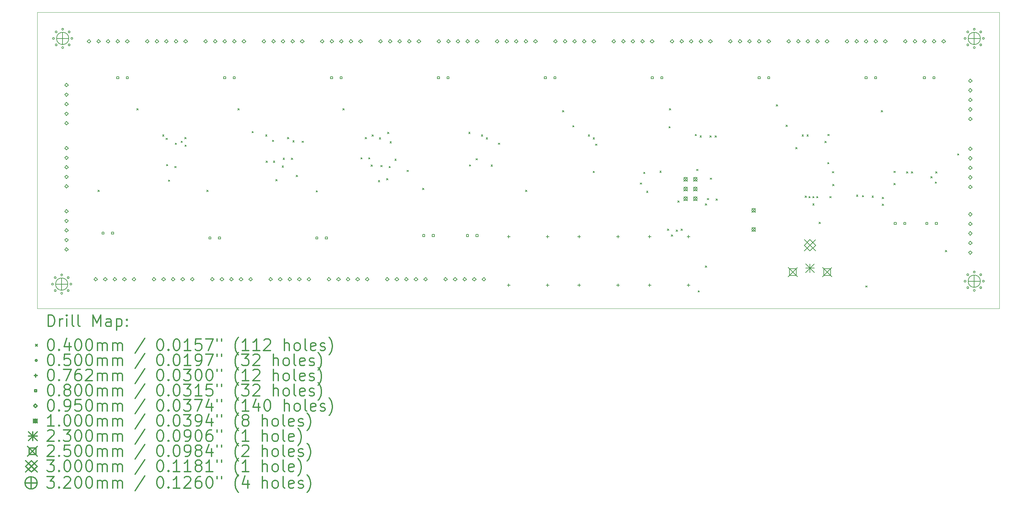
<source format=gbr>
%FSLAX45Y45*%
G04 Gerber Fmt 4.5, Leading zero omitted, Abs format (unit mm)*
G04 Created by KiCad (PCBNEW (5.1.10-1-10_14)) date 2021-11-16 00:20:31*
%MOMM*%
%LPD*%
G01*
G04 APERTURE LIST*
%TA.AperFunction,Profile*%
%ADD10C,0.100000*%
%TD*%
%ADD11C,0.200000*%
%ADD12C,0.300000*%
G04 APERTURE END LIST*
D10*
X25527000Y0D02*
X381000Y0D01*
X25527000Y-7747000D02*
X25527000Y0D01*
X381000Y-7747000D02*
X25527000Y-7747000D01*
X381000Y0D02*
X381000Y-7747000D01*
D11*
X1961200Y-4653600D02*
X2001200Y-4693600D01*
X2001200Y-4653600D02*
X1961200Y-4693600D01*
X2977200Y-2520000D02*
X3017200Y-2560000D01*
X3017200Y-2520000D02*
X2977200Y-2560000D01*
X3651717Y-3204383D02*
X3691717Y-3244383D01*
X3691717Y-3204383D02*
X3651717Y-3244383D01*
X3739200Y-3294700D02*
X3779200Y-3334700D01*
X3779200Y-3294700D02*
X3739200Y-3334700D01*
X3751900Y-3980500D02*
X3791900Y-4020500D01*
X3791900Y-3980500D02*
X3751900Y-4020500D01*
X3802700Y-4386900D02*
X3842700Y-4426900D01*
X3842700Y-4386900D02*
X3802700Y-4426900D01*
X3967800Y-4031300D02*
X4007800Y-4071300D01*
X4007800Y-4031300D02*
X3967800Y-4071300D01*
X3980500Y-3421700D02*
X4020500Y-3461700D01*
X4020500Y-3421700D02*
X3980500Y-3461700D01*
X4132900Y-3370900D02*
X4172900Y-3410900D01*
X4172900Y-3370900D02*
X4132900Y-3410900D01*
X4229567Y-3274233D02*
X4269567Y-3314233D01*
X4269567Y-3274233D02*
X4229567Y-3314233D01*
X4234500Y-3472500D02*
X4274500Y-3512500D01*
X4274500Y-3472500D02*
X4234500Y-3512500D01*
X4806000Y-4653600D02*
X4846000Y-4693600D01*
X4846000Y-4653600D02*
X4806000Y-4693600D01*
X5618800Y-2520000D02*
X5658800Y-2560000D01*
X5658800Y-2520000D02*
X5618800Y-2560000D01*
X5987100Y-3116900D02*
X6027100Y-3156900D01*
X6027100Y-3116900D02*
X5987100Y-3156900D01*
X6342700Y-3205800D02*
X6382700Y-3245800D01*
X6382700Y-3205800D02*
X6342700Y-3245800D01*
X6355400Y-3891600D02*
X6395400Y-3931600D01*
X6395400Y-3891600D02*
X6355400Y-3931600D01*
X6520500Y-3345500D02*
X6560500Y-3385500D01*
X6560500Y-3345500D02*
X6520500Y-3385500D01*
X6545900Y-3891600D02*
X6585900Y-3931600D01*
X6585900Y-3891600D02*
X6545900Y-3931600D01*
X6609400Y-4374200D02*
X6649400Y-4414200D01*
X6649400Y-4374200D02*
X6609400Y-4414200D01*
X6774500Y-4018600D02*
X6814500Y-4058600D01*
X6814500Y-4018600D02*
X6774500Y-4058600D01*
X6799900Y-3815400D02*
X6839900Y-3855400D01*
X6839900Y-3815400D02*
X6799900Y-3855400D01*
X6914200Y-3272150D02*
X6954200Y-3312150D01*
X6954200Y-3272150D02*
X6914200Y-3312150D01*
X7015800Y-3815400D02*
X7055800Y-3855400D01*
X7055800Y-3815400D02*
X7015800Y-3855400D01*
X7053900Y-3358200D02*
X7093900Y-3398200D01*
X7093900Y-3358200D02*
X7053900Y-3398200D01*
X7142800Y-4260547D02*
X7182800Y-4300547D01*
X7182800Y-4260547D02*
X7142800Y-4300547D01*
X7295200Y-3370900D02*
X7335200Y-3410900D01*
X7335200Y-3370900D02*
X7295200Y-3410900D01*
X7663500Y-4666300D02*
X7703500Y-4706300D01*
X7703500Y-4666300D02*
X7663500Y-4706300D01*
X8362000Y-2520000D02*
X8402000Y-2560000D01*
X8402000Y-2520000D02*
X8362000Y-2560000D01*
X8831900Y-3802700D02*
X8871900Y-3842700D01*
X8871900Y-3802700D02*
X8831900Y-3842700D01*
X8946200Y-3272150D02*
X8986200Y-3312150D01*
X8986200Y-3272150D02*
X8946200Y-3312150D01*
X9035100Y-3802700D02*
X9075100Y-3842700D01*
X9075100Y-3802700D02*
X9035100Y-3842700D01*
X9098600Y-3993200D02*
X9138600Y-4033200D01*
X9138600Y-3993200D02*
X9098600Y-4033200D01*
X9126850Y-3205800D02*
X9166850Y-3245800D01*
X9166850Y-3205800D02*
X9126850Y-3245800D01*
X9289100Y-4399600D02*
X9329100Y-4439600D01*
X9329100Y-4399600D02*
X9289100Y-4439600D01*
X9314500Y-3282000D02*
X9354500Y-3322000D01*
X9354500Y-3282000D02*
X9314500Y-3322000D01*
X9352600Y-4005900D02*
X9392600Y-4045900D01*
X9392600Y-4005900D02*
X9352600Y-4045900D01*
X9505000Y-4348800D02*
X9545000Y-4388800D01*
X9545000Y-4348800D02*
X9505000Y-4388800D01*
X9530400Y-3139450D02*
X9570400Y-3179450D01*
X9570400Y-3139450D02*
X9530400Y-3179450D01*
X9568500Y-4031300D02*
X9608500Y-4071300D01*
X9608500Y-4031300D02*
X9568500Y-4071300D01*
X9593900Y-3383600D02*
X9633900Y-3423600D01*
X9633900Y-3383600D02*
X9593900Y-3423600D01*
X9720900Y-3840800D02*
X9760900Y-3880800D01*
X9760900Y-3840800D02*
X9720900Y-3880800D01*
X10038400Y-4132900D02*
X10078400Y-4172900D01*
X10078400Y-4132900D02*
X10038400Y-4172900D01*
X10444800Y-4602800D02*
X10484800Y-4642800D01*
X10484800Y-4602800D02*
X10444800Y-4642800D01*
X11651300Y-3139450D02*
X11691300Y-3179450D01*
X11691300Y-3139450D02*
X11651300Y-3179450D01*
X11668933Y-3988267D02*
X11708933Y-4028267D01*
X11708933Y-3988267D02*
X11668933Y-4028267D01*
X11841800Y-3828100D02*
X11881800Y-3868100D01*
X11881800Y-3828100D02*
X11841800Y-3868100D01*
X11981500Y-3205800D02*
X12021500Y-3245800D01*
X12021500Y-3205800D02*
X11981500Y-3245800D01*
X12108500Y-3282000D02*
X12148500Y-3322000D01*
X12148500Y-3282000D02*
X12108500Y-3322000D01*
X12235500Y-3993200D02*
X12275500Y-4033200D01*
X12275500Y-3993200D02*
X12235500Y-4033200D01*
X12426000Y-3421700D02*
X12466000Y-3461700D01*
X12466000Y-3421700D02*
X12426000Y-3461700D01*
X13137200Y-4653600D02*
X13177200Y-4693600D01*
X13177200Y-4653600D02*
X13137200Y-4693600D01*
X14102400Y-2570800D02*
X14142400Y-2610800D01*
X14142400Y-2570800D02*
X14102400Y-2610800D01*
X14369100Y-2964500D02*
X14409100Y-3004500D01*
X14409100Y-2964500D02*
X14369100Y-3004500D01*
X14775500Y-3205800D02*
X14815500Y-3245800D01*
X14815500Y-3205800D02*
X14775500Y-3245800D01*
X14902500Y-3282000D02*
X14942500Y-3322000D01*
X14942500Y-3282000D02*
X14902500Y-3322000D01*
X14902500Y-4158300D02*
X14942500Y-4198300D01*
X14942500Y-4158300D02*
X14902500Y-4198300D01*
X14966000Y-3447100D02*
X15006000Y-3487100D01*
X15006000Y-3447100D02*
X14966000Y-3487100D01*
X16134400Y-4463100D02*
X16174400Y-4503100D01*
X16174400Y-4463100D02*
X16134400Y-4503100D01*
X16223300Y-4183700D02*
X16263300Y-4223700D01*
X16263300Y-4183700D02*
X16223300Y-4223700D01*
X16299500Y-4679000D02*
X16339500Y-4719000D01*
X16339500Y-4679000D02*
X16299500Y-4719000D01*
X16648000Y-4155611D02*
X16688000Y-4195611D01*
X16688000Y-4155611D02*
X16648000Y-4195611D01*
X16845600Y-5669600D02*
X16885600Y-5709600D01*
X16885600Y-5669600D02*
X16845600Y-5709600D01*
X16883700Y-2989900D02*
X16923700Y-3029900D01*
X16923700Y-2989900D02*
X16883700Y-3029900D01*
X16896400Y-2520000D02*
X16936400Y-2560000D01*
X16936400Y-2520000D02*
X16896400Y-2560000D01*
X16947200Y-5822000D02*
X16987200Y-5862000D01*
X16987200Y-5822000D02*
X16947200Y-5862000D01*
X17074807Y-5694393D02*
X17114807Y-5734393D01*
X17114807Y-5694393D02*
X17074807Y-5734393D01*
X17116101Y-4933000D02*
X17156101Y-4973000D01*
X17156101Y-4933000D02*
X17116101Y-4973000D01*
X17201200Y-5669600D02*
X17241200Y-5709600D01*
X17241200Y-5669600D02*
X17201200Y-5709600D01*
X17569500Y-3193100D02*
X17609500Y-3233100D01*
X17609500Y-3193100D02*
X17569500Y-3233100D01*
X17607600Y-4107500D02*
X17647600Y-4147500D01*
X17647600Y-4107500D02*
X17607600Y-4147500D01*
X17645700Y-7282500D02*
X17685700Y-7322500D01*
X17685700Y-7282500D02*
X17645700Y-7322500D01*
X17696500Y-3231200D02*
X17736500Y-3271200D01*
X17736500Y-3231200D02*
X17696500Y-3271200D01*
X17836200Y-5009200D02*
X17876200Y-5049200D01*
X17876200Y-5009200D02*
X17836200Y-5049200D01*
X17836200Y-6634800D02*
X17876200Y-6674800D01*
X17876200Y-6634800D02*
X17836200Y-6674800D01*
X17887000Y-4869500D02*
X17927000Y-4909500D01*
X17927000Y-4869500D02*
X17887000Y-4909500D01*
X17954799Y-3231200D02*
X17994799Y-3271200D01*
X17994799Y-3231200D02*
X17954799Y-3271200D01*
X17963200Y-4336100D02*
X18003200Y-4376100D01*
X18003200Y-4336100D02*
X17963200Y-4376100D01*
X18090200Y-3231200D02*
X18130200Y-3271200D01*
X18130200Y-3231200D02*
X18090200Y-3271200D01*
X18115600Y-4882200D02*
X18155600Y-4922200D01*
X18155600Y-4882200D02*
X18115600Y-4922200D01*
X19690400Y-2418400D02*
X19730400Y-2458400D01*
X19730400Y-2418400D02*
X19690400Y-2458400D01*
X19944400Y-2951800D02*
X19984400Y-2991800D01*
X19984400Y-2951800D02*
X19944400Y-2991800D01*
X20198400Y-3536000D02*
X20238400Y-3576000D01*
X20238400Y-3536000D02*
X20198400Y-3576000D01*
X20363500Y-3205800D02*
X20403500Y-3245800D01*
X20403500Y-3205800D02*
X20363500Y-3245800D01*
X20442316Y-4805783D02*
X20482316Y-4845783D01*
X20482316Y-4805783D02*
X20442316Y-4845783D01*
X20490500Y-3205800D02*
X20530500Y-3245800D01*
X20530500Y-3205800D02*
X20490500Y-3245800D01*
X20541458Y-4818855D02*
X20581458Y-4858855D01*
X20581458Y-4818855D02*
X20541458Y-4858855D01*
X20642900Y-4818700D02*
X20682900Y-4858700D01*
X20682900Y-4818700D02*
X20642900Y-4858700D01*
X20642900Y-5009200D02*
X20682900Y-5049200D01*
X20682900Y-5009200D02*
X20642900Y-5049200D01*
X20744500Y-4818700D02*
X20784500Y-4858700D01*
X20784500Y-4818700D02*
X20744500Y-4858700D01*
X20808000Y-5491800D02*
X20848000Y-5531800D01*
X20848000Y-5491800D02*
X20808000Y-5531800D01*
X20957933Y-3373367D02*
X20997933Y-3413367D01*
X20997933Y-3373367D02*
X20957933Y-3413367D01*
X21033750Y-3929700D02*
X21073750Y-3969700D01*
X21073750Y-3929700D02*
X21033750Y-3969700D01*
X21038017Y-3191683D02*
X21078017Y-3231683D01*
X21078017Y-3191683D02*
X21038017Y-3231683D01*
X21088817Y-4817283D02*
X21128817Y-4857283D01*
X21128817Y-4817283D02*
X21088817Y-4857283D01*
X21156467Y-4165433D02*
X21196467Y-4205433D01*
X21196467Y-4165433D02*
X21156467Y-4205433D01*
X21163600Y-4501283D02*
X21203600Y-4541283D01*
X21203600Y-4501283D02*
X21163600Y-4541283D01*
X21785900Y-4780600D02*
X21825900Y-4820600D01*
X21825900Y-4780600D02*
X21785900Y-4820600D01*
X21938300Y-4793300D02*
X21978300Y-4833300D01*
X21978300Y-4793300D02*
X21938300Y-4833300D01*
X22027200Y-7155500D02*
X22067200Y-7195500D01*
X22067200Y-7155500D02*
X22027200Y-7195500D01*
X22192300Y-4806000D02*
X22232300Y-4846000D01*
X22232300Y-4806000D02*
X22192300Y-4846000D01*
X22433600Y-2570800D02*
X22473600Y-2610800D01*
X22473600Y-2570800D02*
X22433600Y-2610800D01*
X22459000Y-4841250D02*
X22499000Y-4881250D01*
X22499000Y-4841250D02*
X22459000Y-4881250D01*
X22459000Y-5019201D02*
X22499000Y-5059201D01*
X22499000Y-5019201D02*
X22459000Y-5059201D01*
X22763800Y-4158300D02*
X22803800Y-4198300D01*
X22803800Y-4158300D02*
X22763800Y-4198300D01*
X22763800Y-4475800D02*
X22803800Y-4515800D01*
X22803800Y-4475800D02*
X22763800Y-4515800D01*
X23092623Y-4172377D02*
X23132623Y-4212377D01*
X23132623Y-4172377D02*
X23092623Y-4212377D01*
X23221000Y-4171000D02*
X23261000Y-4211000D01*
X23261000Y-4171000D02*
X23221000Y-4211000D01*
X23729000Y-4298000D02*
X23769000Y-4338000D01*
X23769000Y-4298000D02*
X23729000Y-4338000D01*
X23843300Y-4437700D02*
X23883300Y-4477700D01*
X23883300Y-4437700D02*
X23843300Y-4477700D01*
X23856000Y-4171000D02*
X23896000Y-4211000D01*
X23896000Y-4171000D02*
X23856000Y-4211000D01*
X24110000Y-6228400D02*
X24150000Y-6268400D01*
X24150000Y-6228400D02*
X24110000Y-6268400D01*
X24427500Y-3701100D02*
X24467500Y-3741100D01*
X24467500Y-3701100D02*
X24427500Y-3741100D01*
X801000Y-7112000D02*
G75*
G03*
X801000Y-7112000I-25000J0D01*
G01*
X826400Y-685800D02*
G75*
G03*
X826400Y-685800I-25000J0D01*
G01*
X871294Y-6942294D02*
G75*
G03*
X871294Y-6942294I-25000J0D01*
G01*
X871294Y-7281706D02*
G75*
G03*
X871294Y-7281706I-25000J0D01*
G01*
X896694Y-516094D02*
G75*
G03*
X896694Y-516094I-25000J0D01*
G01*
X896694Y-855506D02*
G75*
G03*
X896694Y-855506I-25000J0D01*
G01*
X1041000Y-6872000D02*
G75*
G03*
X1041000Y-6872000I-25000J0D01*
G01*
X1041000Y-7352000D02*
G75*
G03*
X1041000Y-7352000I-25000J0D01*
G01*
X1066400Y-445800D02*
G75*
G03*
X1066400Y-445800I-25000J0D01*
G01*
X1066400Y-925800D02*
G75*
G03*
X1066400Y-925800I-25000J0D01*
G01*
X1210706Y-6942294D02*
G75*
G03*
X1210706Y-6942294I-25000J0D01*
G01*
X1210706Y-7281706D02*
G75*
G03*
X1210706Y-7281706I-25000J0D01*
G01*
X1236106Y-516094D02*
G75*
G03*
X1236106Y-516094I-25000J0D01*
G01*
X1236106Y-855506D02*
G75*
G03*
X1236106Y-855506I-25000J0D01*
G01*
X1281000Y-7112000D02*
G75*
G03*
X1281000Y-7112000I-25000J0D01*
G01*
X1306400Y-685800D02*
G75*
G03*
X1306400Y-685800I-25000J0D01*
G01*
X24651600Y-685800D02*
G75*
G03*
X24651600Y-685800I-25000J0D01*
G01*
X24651600Y-7035800D02*
G75*
G03*
X24651600Y-7035800I-25000J0D01*
G01*
X24721894Y-516094D02*
G75*
G03*
X24721894Y-516094I-25000J0D01*
G01*
X24721894Y-855506D02*
G75*
G03*
X24721894Y-855506I-25000J0D01*
G01*
X24721894Y-6866094D02*
G75*
G03*
X24721894Y-6866094I-25000J0D01*
G01*
X24721894Y-7205506D02*
G75*
G03*
X24721894Y-7205506I-25000J0D01*
G01*
X24891600Y-445800D02*
G75*
G03*
X24891600Y-445800I-25000J0D01*
G01*
X24891600Y-925800D02*
G75*
G03*
X24891600Y-925800I-25000J0D01*
G01*
X24891600Y-6795800D02*
G75*
G03*
X24891600Y-6795800I-25000J0D01*
G01*
X24891600Y-7275800D02*
G75*
G03*
X24891600Y-7275800I-25000J0D01*
G01*
X25061306Y-516094D02*
G75*
G03*
X25061306Y-516094I-25000J0D01*
G01*
X25061306Y-855506D02*
G75*
G03*
X25061306Y-855506I-25000J0D01*
G01*
X25061306Y-6866094D02*
G75*
G03*
X25061306Y-6866094I-25000J0D01*
G01*
X25061306Y-7205506D02*
G75*
G03*
X25061306Y-7205506I-25000J0D01*
G01*
X25131600Y-685800D02*
G75*
G03*
X25131600Y-685800I-25000J0D01*
G01*
X25131600Y-7035800D02*
G75*
G03*
X25131600Y-7035800I-25000J0D01*
G01*
X12700000Y-5829300D02*
X12700000Y-5905500D01*
X12661900Y-5867400D02*
X12738100Y-5867400D01*
X12700000Y-7099300D02*
X12700000Y-7175500D01*
X12661900Y-7137400D02*
X12738100Y-7137400D01*
X13716000Y-5829300D02*
X13716000Y-5905500D01*
X13677900Y-5867400D02*
X13754100Y-5867400D01*
X13716000Y-7099300D02*
X13716000Y-7175500D01*
X13677900Y-7137400D02*
X13754100Y-7137400D01*
X14541500Y-5829300D02*
X14541500Y-5905500D01*
X14503400Y-5867400D02*
X14579600Y-5867400D01*
X14541500Y-7099300D02*
X14541500Y-7175500D01*
X14503400Y-7137400D02*
X14579600Y-7137400D01*
X15557500Y-5829300D02*
X15557500Y-5905500D01*
X15519400Y-5867400D02*
X15595600Y-5867400D01*
X15557500Y-7099300D02*
X15557500Y-7175500D01*
X15519400Y-7137400D02*
X15595600Y-7137400D01*
X16383000Y-5829300D02*
X16383000Y-5905500D01*
X16344900Y-5867400D02*
X16421100Y-5867400D01*
X16383000Y-7099300D02*
X16383000Y-7175500D01*
X16344900Y-7137400D02*
X16421100Y-7137400D01*
X17399000Y-5829300D02*
X17399000Y-5905500D01*
X17360900Y-5867400D02*
X17437100Y-5867400D01*
X17399000Y-7099300D02*
X17399000Y-7175500D01*
X17360900Y-7137400D02*
X17437100Y-7137400D01*
X2123785Y-5806784D02*
X2123785Y-5750215D01*
X2067215Y-5750215D01*
X2067215Y-5806784D01*
X2123785Y-5806784D01*
X2373785Y-5806784D02*
X2373785Y-5750215D01*
X2317216Y-5750215D01*
X2317216Y-5806784D01*
X2373785Y-5806784D01*
X2508785Y-1742784D02*
X2508785Y-1686215D01*
X2452216Y-1686215D01*
X2452216Y-1742784D01*
X2508785Y-1742784D01*
X2758785Y-1742784D02*
X2758785Y-1686215D01*
X2702216Y-1686215D01*
X2702216Y-1742784D01*
X2758785Y-1742784D01*
X4917785Y-5933784D02*
X4917785Y-5877215D01*
X4861216Y-5877215D01*
X4861216Y-5933784D01*
X4917785Y-5933784D01*
X5167785Y-5933784D02*
X5167785Y-5877215D01*
X5111216Y-5877215D01*
X5111216Y-5933784D01*
X5167785Y-5933784D01*
X5302785Y-1742784D02*
X5302785Y-1686215D01*
X5246216Y-1686215D01*
X5246216Y-1742784D01*
X5302785Y-1742784D01*
X5552785Y-1742784D02*
X5552785Y-1686215D01*
X5496216Y-1686215D01*
X5496216Y-1742784D01*
X5552785Y-1742784D01*
X7711784Y-5933784D02*
X7711784Y-5877215D01*
X7655215Y-5877215D01*
X7655215Y-5933784D01*
X7711784Y-5933784D01*
X7961784Y-5933784D02*
X7961784Y-5877215D01*
X7905215Y-5877215D01*
X7905215Y-5933784D01*
X7961784Y-5933784D01*
X8096784Y-1742784D02*
X8096784Y-1686215D01*
X8040215Y-1686215D01*
X8040215Y-1742784D01*
X8096784Y-1742784D01*
X8346784Y-1742784D02*
X8346784Y-1686215D01*
X8290215Y-1686215D01*
X8290215Y-1742784D01*
X8346784Y-1742784D01*
X10505785Y-5870284D02*
X10505785Y-5813715D01*
X10449216Y-5813715D01*
X10449216Y-5870284D01*
X10505785Y-5870284D01*
X10755785Y-5870284D02*
X10755785Y-5813715D01*
X10699216Y-5813715D01*
X10699216Y-5870284D01*
X10755785Y-5870284D01*
X10890785Y-1742784D02*
X10890785Y-1686215D01*
X10834216Y-1686215D01*
X10834216Y-1742784D01*
X10890785Y-1742784D01*
X11140785Y-1742784D02*
X11140785Y-1686215D01*
X11084216Y-1686215D01*
X11084216Y-1742784D01*
X11140785Y-1742784D01*
X11648784Y-5870284D02*
X11648784Y-5813715D01*
X11592215Y-5813715D01*
X11592215Y-5870284D01*
X11648784Y-5870284D01*
X11898784Y-5870284D02*
X11898784Y-5813715D01*
X11842215Y-5813715D01*
X11842215Y-5870284D01*
X11898784Y-5870284D01*
X13684784Y-1742784D02*
X13684784Y-1686215D01*
X13628215Y-1686215D01*
X13628215Y-1742784D01*
X13684784Y-1742784D01*
X13934784Y-1742784D02*
X13934784Y-1686215D01*
X13878215Y-1686215D01*
X13878215Y-1742784D01*
X13934784Y-1742784D01*
X16478784Y-1742784D02*
X16478784Y-1686215D01*
X16422215Y-1686215D01*
X16422215Y-1742784D01*
X16478784Y-1742784D01*
X16728784Y-1742784D02*
X16728784Y-1686215D01*
X16672215Y-1686215D01*
X16672215Y-1742784D01*
X16728784Y-1742784D01*
X19272785Y-1742784D02*
X19272785Y-1686215D01*
X19216216Y-1686215D01*
X19216216Y-1742784D01*
X19272785Y-1742784D01*
X19522785Y-1742784D02*
X19522785Y-1686215D01*
X19466216Y-1686215D01*
X19466216Y-1742784D01*
X19522785Y-1742784D01*
X22066785Y-1742784D02*
X22066785Y-1686215D01*
X22010216Y-1686215D01*
X22010216Y-1742784D01*
X22066785Y-1742784D01*
X22316785Y-1742784D02*
X22316785Y-1686215D01*
X22260216Y-1686215D01*
X22260216Y-1742784D01*
X22316785Y-1742784D01*
X22828784Y-5552785D02*
X22828784Y-5496216D01*
X22772215Y-5496216D01*
X22772215Y-5552785D01*
X22828784Y-5552785D01*
X23078784Y-5552785D02*
X23078784Y-5496216D01*
X23022215Y-5496216D01*
X23022215Y-5552785D01*
X23078784Y-5552785D01*
X23590784Y-1742784D02*
X23590784Y-1686215D01*
X23534215Y-1686215D01*
X23534215Y-1742784D01*
X23590784Y-1742784D01*
X23654284Y-5552785D02*
X23654284Y-5496216D01*
X23597715Y-5496216D01*
X23597715Y-5552785D01*
X23654284Y-5552785D01*
X23840784Y-1742784D02*
X23840784Y-1686215D01*
X23784215Y-1686215D01*
X23784215Y-1742784D01*
X23840784Y-1742784D01*
X23904284Y-5552785D02*
X23904284Y-5496216D01*
X23847715Y-5496216D01*
X23847715Y-5552785D01*
X23904284Y-5552785D01*
X1143000Y-1952500D02*
X1190500Y-1905000D01*
X1143000Y-1857500D01*
X1095500Y-1905000D01*
X1143000Y-1952500D01*
X1143000Y-2202500D02*
X1190500Y-2155000D01*
X1143000Y-2107500D01*
X1095500Y-2155000D01*
X1143000Y-2202500D01*
X1143000Y-2452500D02*
X1190500Y-2405000D01*
X1143000Y-2357500D01*
X1095500Y-2405000D01*
X1143000Y-2452500D01*
X1143000Y-2702500D02*
X1190500Y-2655000D01*
X1143000Y-2607500D01*
X1095500Y-2655000D01*
X1143000Y-2702500D01*
X1143000Y-2952500D02*
X1190500Y-2905000D01*
X1143000Y-2857500D01*
X1095500Y-2905000D01*
X1143000Y-2952500D01*
X1143000Y-3603500D02*
X1190500Y-3556000D01*
X1143000Y-3508500D01*
X1095500Y-3556000D01*
X1143000Y-3603500D01*
X1143000Y-3853500D02*
X1190500Y-3806000D01*
X1143000Y-3758500D01*
X1095500Y-3806000D01*
X1143000Y-3853500D01*
X1143000Y-4103500D02*
X1190500Y-4056000D01*
X1143000Y-4008500D01*
X1095500Y-4056000D01*
X1143000Y-4103500D01*
X1143000Y-4353500D02*
X1190500Y-4306000D01*
X1143000Y-4258500D01*
X1095500Y-4306000D01*
X1143000Y-4353500D01*
X1143000Y-4603500D02*
X1190500Y-4556000D01*
X1143000Y-4508500D01*
X1095500Y-4556000D01*
X1143000Y-4603500D01*
X1143000Y-5254500D02*
X1190500Y-5207000D01*
X1143000Y-5159500D01*
X1095500Y-5207000D01*
X1143000Y-5254500D01*
X1143000Y-5504500D02*
X1190500Y-5457000D01*
X1143000Y-5409500D01*
X1095500Y-5457000D01*
X1143000Y-5504500D01*
X1143000Y-5754500D02*
X1190500Y-5707000D01*
X1143000Y-5659500D01*
X1095500Y-5707000D01*
X1143000Y-5754500D01*
X1143000Y-6004500D02*
X1190500Y-5957000D01*
X1143000Y-5909500D01*
X1095500Y-5957000D01*
X1143000Y-6004500D01*
X1143000Y-6254500D02*
X1190500Y-6207000D01*
X1143000Y-6159500D01*
X1095500Y-6207000D01*
X1143000Y-6254500D01*
X1730500Y-809500D02*
X1778000Y-762000D01*
X1730500Y-714500D01*
X1683000Y-762000D01*
X1730500Y-809500D01*
X1905000Y-7032500D02*
X1952500Y-6985000D01*
X1905000Y-6937500D01*
X1857500Y-6985000D01*
X1905000Y-7032500D01*
X1980500Y-809500D02*
X2028000Y-762000D01*
X1980500Y-714500D01*
X1933000Y-762000D01*
X1980500Y-809500D01*
X2155000Y-7032500D02*
X2202500Y-6985000D01*
X2155000Y-6937500D01*
X2107500Y-6985000D01*
X2155000Y-7032500D01*
X2230500Y-809500D02*
X2278000Y-762000D01*
X2230500Y-714500D01*
X2183000Y-762000D01*
X2230500Y-809500D01*
X2405000Y-7032500D02*
X2452500Y-6985000D01*
X2405000Y-6937500D01*
X2357500Y-6985000D01*
X2405000Y-7032500D01*
X2480500Y-809500D02*
X2528000Y-762000D01*
X2480500Y-714500D01*
X2433000Y-762000D01*
X2480500Y-809500D01*
X2655000Y-7032500D02*
X2702500Y-6985000D01*
X2655000Y-6937500D01*
X2607500Y-6985000D01*
X2655000Y-7032500D01*
X2730500Y-809500D02*
X2778000Y-762000D01*
X2730500Y-714500D01*
X2683000Y-762000D01*
X2730500Y-809500D01*
X2905000Y-7032500D02*
X2952500Y-6985000D01*
X2905000Y-6937500D01*
X2857500Y-6985000D01*
X2905000Y-7032500D01*
X3254500Y-809500D02*
X3302000Y-762000D01*
X3254500Y-714500D01*
X3207000Y-762000D01*
X3254500Y-809500D01*
X3429000Y-7032500D02*
X3476500Y-6985000D01*
X3429000Y-6937500D01*
X3381500Y-6985000D01*
X3429000Y-7032500D01*
X3504500Y-809500D02*
X3552000Y-762000D01*
X3504500Y-714500D01*
X3457000Y-762000D01*
X3504500Y-809500D01*
X3679000Y-7032500D02*
X3726500Y-6985000D01*
X3679000Y-6937500D01*
X3631500Y-6985000D01*
X3679000Y-7032500D01*
X3754500Y-809500D02*
X3802000Y-762000D01*
X3754500Y-714500D01*
X3707000Y-762000D01*
X3754500Y-809500D01*
X3929000Y-7032500D02*
X3976500Y-6985000D01*
X3929000Y-6937500D01*
X3881500Y-6985000D01*
X3929000Y-7032500D01*
X4004500Y-809500D02*
X4052000Y-762000D01*
X4004500Y-714500D01*
X3957000Y-762000D01*
X4004500Y-809500D01*
X4179000Y-7032500D02*
X4226500Y-6985000D01*
X4179000Y-6937500D01*
X4131500Y-6985000D01*
X4179000Y-7032500D01*
X4254500Y-809500D02*
X4302000Y-762000D01*
X4254500Y-714500D01*
X4207000Y-762000D01*
X4254500Y-809500D01*
X4429000Y-7032500D02*
X4476500Y-6985000D01*
X4429000Y-6937500D01*
X4381500Y-6985000D01*
X4429000Y-7032500D01*
X4778500Y-809500D02*
X4826000Y-762000D01*
X4778500Y-714500D01*
X4731000Y-762000D01*
X4778500Y-809500D01*
X4953000Y-7032500D02*
X5000500Y-6985000D01*
X4953000Y-6937500D01*
X4905500Y-6985000D01*
X4953000Y-7032500D01*
X5028500Y-809500D02*
X5076000Y-762000D01*
X5028500Y-714500D01*
X4981000Y-762000D01*
X5028500Y-809500D01*
X5203000Y-7032500D02*
X5250500Y-6985000D01*
X5203000Y-6937500D01*
X5155500Y-6985000D01*
X5203000Y-7032500D01*
X5278500Y-809500D02*
X5326000Y-762000D01*
X5278500Y-714500D01*
X5231000Y-762000D01*
X5278500Y-809500D01*
X5453000Y-7032500D02*
X5500500Y-6985000D01*
X5453000Y-6937500D01*
X5405500Y-6985000D01*
X5453000Y-7032500D01*
X5528500Y-809500D02*
X5576000Y-762000D01*
X5528500Y-714500D01*
X5481000Y-762000D01*
X5528500Y-809500D01*
X5703000Y-7032500D02*
X5750500Y-6985000D01*
X5703000Y-6937500D01*
X5655500Y-6985000D01*
X5703000Y-7032500D01*
X5778500Y-809500D02*
X5826000Y-762000D01*
X5778500Y-714500D01*
X5731000Y-762000D01*
X5778500Y-809500D01*
X5953000Y-7032500D02*
X6000500Y-6985000D01*
X5953000Y-6937500D01*
X5905500Y-6985000D01*
X5953000Y-7032500D01*
X6302500Y-809500D02*
X6350000Y-762000D01*
X6302500Y-714500D01*
X6255000Y-762000D01*
X6302500Y-809500D01*
X6477000Y-7032500D02*
X6524500Y-6985000D01*
X6477000Y-6937500D01*
X6429500Y-6985000D01*
X6477000Y-7032500D01*
X6552500Y-809500D02*
X6600000Y-762000D01*
X6552500Y-714500D01*
X6505000Y-762000D01*
X6552500Y-809500D01*
X6727000Y-7032500D02*
X6774500Y-6985000D01*
X6727000Y-6937500D01*
X6679500Y-6985000D01*
X6727000Y-7032500D01*
X6802500Y-809500D02*
X6850000Y-762000D01*
X6802500Y-714500D01*
X6755000Y-762000D01*
X6802500Y-809500D01*
X6977000Y-7032500D02*
X7024500Y-6985000D01*
X6977000Y-6937500D01*
X6929500Y-6985000D01*
X6977000Y-7032500D01*
X7052500Y-809500D02*
X7100000Y-762000D01*
X7052500Y-714500D01*
X7005000Y-762000D01*
X7052500Y-809500D01*
X7227000Y-7032500D02*
X7274500Y-6985000D01*
X7227000Y-6937500D01*
X7179500Y-6985000D01*
X7227000Y-7032500D01*
X7302500Y-809500D02*
X7350000Y-762000D01*
X7302500Y-714500D01*
X7255000Y-762000D01*
X7302500Y-809500D01*
X7477000Y-7032500D02*
X7524500Y-6985000D01*
X7477000Y-6937500D01*
X7429500Y-6985000D01*
X7477000Y-7032500D01*
X7826500Y-809500D02*
X7874000Y-762000D01*
X7826500Y-714500D01*
X7779000Y-762000D01*
X7826500Y-809500D01*
X8001000Y-7032500D02*
X8048500Y-6985000D01*
X8001000Y-6937500D01*
X7953500Y-6985000D01*
X8001000Y-7032500D01*
X8076500Y-809500D02*
X8124000Y-762000D01*
X8076500Y-714500D01*
X8029000Y-762000D01*
X8076500Y-809500D01*
X8251000Y-7032500D02*
X8298500Y-6985000D01*
X8251000Y-6937500D01*
X8203500Y-6985000D01*
X8251000Y-7032500D01*
X8326500Y-809500D02*
X8374000Y-762000D01*
X8326500Y-714500D01*
X8279000Y-762000D01*
X8326500Y-809500D01*
X8501000Y-7032500D02*
X8548500Y-6985000D01*
X8501000Y-6937500D01*
X8453500Y-6985000D01*
X8501000Y-7032500D01*
X8576500Y-809500D02*
X8624000Y-762000D01*
X8576500Y-714500D01*
X8529000Y-762000D01*
X8576500Y-809500D01*
X8751000Y-7032500D02*
X8798500Y-6985000D01*
X8751000Y-6937500D01*
X8703500Y-6985000D01*
X8751000Y-7032500D01*
X8826500Y-809500D02*
X8874000Y-762000D01*
X8826500Y-714500D01*
X8779000Y-762000D01*
X8826500Y-809500D01*
X9001000Y-7032500D02*
X9048500Y-6985000D01*
X9001000Y-6937500D01*
X8953500Y-6985000D01*
X9001000Y-7032500D01*
X9350500Y-809500D02*
X9398000Y-762000D01*
X9350500Y-714500D01*
X9303000Y-762000D01*
X9350500Y-809500D01*
X9525000Y-7032500D02*
X9572500Y-6985000D01*
X9525000Y-6937500D01*
X9477500Y-6985000D01*
X9525000Y-7032500D01*
X9600500Y-809500D02*
X9648000Y-762000D01*
X9600500Y-714500D01*
X9553000Y-762000D01*
X9600500Y-809500D01*
X9775000Y-7032500D02*
X9822500Y-6985000D01*
X9775000Y-6937500D01*
X9727500Y-6985000D01*
X9775000Y-7032500D01*
X9850500Y-809500D02*
X9898000Y-762000D01*
X9850500Y-714500D01*
X9803000Y-762000D01*
X9850500Y-809500D01*
X10025000Y-7032500D02*
X10072500Y-6985000D01*
X10025000Y-6937500D01*
X9977500Y-6985000D01*
X10025000Y-7032500D01*
X10100500Y-809500D02*
X10148000Y-762000D01*
X10100500Y-714500D01*
X10053000Y-762000D01*
X10100500Y-809500D01*
X10275000Y-7032500D02*
X10322500Y-6985000D01*
X10275000Y-6937500D01*
X10227500Y-6985000D01*
X10275000Y-7032500D01*
X10350500Y-809500D02*
X10398000Y-762000D01*
X10350500Y-714500D01*
X10303000Y-762000D01*
X10350500Y-809500D01*
X10525000Y-7032500D02*
X10572500Y-6985000D01*
X10525000Y-6937500D01*
X10477500Y-6985000D01*
X10525000Y-7032500D01*
X10874500Y-809500D02*
X10922000Y-762000D01*
X10874500Y-714500D01*
X10827000Y-762000D01*
X10874500Y-809500D01*
X11049000Y-7032500D02*
X11096500Y-6985000D01*
X11049000Y-6937500D01*
X11001500Y-6985000D01*
X11049000Y-7032500D01*
X11124500Y-809500D02*
X11172000Y-762000D01*
X11124500Y-714500D01*
X11077000Y-762000D01*
X11124500Y-809500D01*
X11299000Y-7032500D02*
X11346500Y-6985000D01*
X11299000Y-6937500D01*
X11251500Y-6985000D01*
X11299000Y-7032500D01*
X11374500Y-809500D02*
X11422000Y-762000D01*
X11374500Y-714500D01*
X11327000Y-762000D01*
X11374500Y-809500D01*
X11549000Y-7032500D02*
X11596500Y-6985000D01*
X11549000Y-6937500D01*
X11501500Y-6985000D01*
X11549000Y-7032500D01*
X11624500Y-809500D02*
X11672000Y-762000D01*
X11624500Y-714500D01*
X11577000Y-762000D01*
X11624500Y-809500D01*
X11799000Y-7032500D02*
X11846500Y-6985000D01*
X11799000Y-6937500D01*
X11751500Y-6985000D01*
X11799000Y-7032500D01*
X11874500Y-809500D02*
X11922000Y-762000D01*
X11874500Y-714500D01*
X11827000Y-762000D01*
X11874500Y-809500D01*
X12049000Y-7032500D02*
X12096500Y-6985000D01*
X12049000Y-6937500D01*
X12001500Y-6985000D01*
X12049000Y-7032500D01*
X12398500Y-809500D02*
X12446000Y-762000D01*
X12398500Y-714500D01*
X12351000Y-762000D01*
X12398500Y-809500D01*
X12648500Y-809500D02*
X12696000Y-762000D01*
X12648500Y-714500D01*
X12601000Y-762000D01*
X12648500Y-809500D01*
X12898500Y-809500D02*
X12946000Y-762000D01*
X12898500Y-714500D01*
X12851000Y-762000D01*
X12898500Y-809500D01*
X13148500Y-809500D02*
X13196000Y-762000D01*
X13148500Y-714500D01*
X13101000Y-762000D01*
X13148500Y-809500D01*
X13398500Y-809500D02*
X13446000Y-762000D01*
X13398500Y-714500D01*
X13351000Y-762000D01*
X13398500Y-809500D01*
X13922500Y-809500D02*
X13970000Y-762000D01*
X13922500Y-714500D01*
X13875000Y-762000D01*
X13922500Y-809500D01*
X14172500Y-809500D02*
X14220000Y-762000D01*
X14172500Y-714500D01*
X14125000Y-762000D01*
X14172500Y-809500D01*
X14422500Y-809500D02*
X14470000Y-762000D01*
X14422500Y-714500D01*
X14375000Y-762000D01*
X14422500Y-809500D01*
X14672500Y-809500D02*
X14720000Y-762000D01*
X14672500Y-714500D01*
X14625000Y-762000D01*
X14672500Y-809500D01*
X14922500Y-809500D02*
X14970000Y-762000D01*
X14922500Y-714500D01*
X14875000Y-762000D01*
X14922500Y-809500D01*
X15446500Y-809500D02*
X15494000Y-762000D01*
X15446500Y-714500D01*
X15399000Y-762000D01*
X15446500Y-809500D01*
X15696500Y-809500D02*
X15744000Y-762000D01*
X15696500Y-714500D01*
X15649000Y-762000D01*
X15696500Y-809500D01*
X15946500Y-809500D02*
X15994000Y-762000D01*
X15946500Y-714500D01*
X15899000Y-762000D01*
X15946500Y-809500D01*
X16196500Y-809500D02*
X16244000Y-762000D01*
X16196500Y-714500D01*
X16149000Y-762000D01*
X16196500Y-809500D01*
X16446500Y-809500D02*
X16494000Y-762000D01*
X16446500Y-714500D01*
X16399000Y-762000D01*
X16446500Y-809500D01*
X16970500Y-809500D02*
X17018000Y-762000D01*
X16970500Y-714500D01*
X16923000Y-762000D01*
X16970500Y-809500D01*
X17220500Y-809500D02*
X17268000Y-762000D01*
X17220500Y-714500D01*
X17173000Y-762000D01*
X17220500Y-809500D01*
X17470500Y-809500D02*
X17518000Y-762000D01*
X17470500Y-714500D01*
X17423000Y-762000D01*
X17470500Y-809500D01*
X17720500Y-809500D02*
X17768000Y-762000D01*
X17720500Y-714500D01*
X17673000Y-762000D01*
X17720500Y-809500D01*
X17970500Y-809500D02*
X18018000Y-762000D01*
X17970500Y-714500D01*
X17923000Y-762000D01*
X17970500Y-809500D01*
X18494500Y-809500D02*
X18542000Y-762000D01*
X18494500Y-714500D01*
X18447000Y-762000D01*
X18494500Y-809500D01*
X18744500Y-809500D02*
X18792000Y-762000D01*
X18744500Y-714500D01*
X18697000Y-762000D01*
X18744500Y-809500D01*
X18994500Y-809500D02*
X19042000Y-762000D01*
X18994500Y-714500D01*
X18947000Y-762000D01*
X18994500Y-809500D01*
X19244500Y-809500D02*
X19292000Y-762000D01*
X19244500Y-714500D01*
X19197000Y-762000D01*
X19244500Y-809500D01*
X19494500Y-809500D02*
X19542000Y-762000D01*
X19494500Y-714500D01*
X19447000Y-762000D01*
X19494500Y-809500D01*
X20018500Y-809500D02*
X20066000Y-762000D01*
X20018500Y-714500D01*
X19971000Y-762000D01*
X20018500Y-809500D01*
X20268500Y-809500D02*
X20316000Y-762000D01*
X20268500Y-714500D01*
X20221000Y-762000D01*
X20268500Y-809500D01*
X20518500Y-809500D02*
X20566000Y-762000D01*
X20518500Y-714500D01*
X20471000Y-762000D01*
X20518500Y-809500D01*
X20768500Y-809500D02*
X20816000Y-762000D01*
X20768500Y-714500D01*
X20721000Y-762000D01*
X20768500Y-809500D01*
X21018500Y-809500D02*
X21066000Y-762000D01*
X21018500Y-714500D01*
X20971000Y-762000D01*
X21018500Y-809500D01*
X21542500Y-809500D02*
X21590000Y-762000D01*
X21542500Y-714500D01*
X21495000Y-762000D01*
X21542500Y-809500D01*
X21792500Y-809500D02*
X21840000Y-762000D01*
X21792500Y-714500D01*
X21745000Y-762000D01*
X21792500Y-809500D01*
X22042500Y-809500D02*
X22090000Y-762000D01*
X22042500Y-714500D01*
X21995000Y-762000D01*
X22042500Y-809500D01*
X22292500Y-809500D02*
X22340000Y-762000D01*
X22292500Y-714500D01*
X22245000Y-762000D01*
X22292500Y-809500D01*
X22542500Y-809500D02*
X22590000Y-762000D01*
X22542500Y-714500D01*
X22495000Y-762000D01*
X22542500Y-809500D01*
X23066500Y-809500D02*
X23114000Y-762000D01*
X23066500Y-714500D01*
X23019000Y-762000D01*
X23066500Y-809500D01*
X23316500Y-809500D02*
X23364000Y-762000D01*
X23316500Y-714500D01*
X23269000Y-762000D01*
X23316500Y-809500D01*
X23566500Y-809500D02*
X23614000Y-762000D01*
X23566500Y-714500D01*
X23519000Y-762000D01*
X23566500Y-809500D01*
X23816500Y-809500D02*
X23864000Y-762000D01*
X23816500Y-714500D01*
X23769000Y-762000D01*
X23816500Y-809500D01*
X24066500Y-809500D02*
X24114000Y-762000D01*
X24066500Y-714500D01*
X24019000Y-762000D01*
X24066500Y-809500D01*
X24765000Y-1841500D02*
X24812500Y-1794000D01*
X24765000Y-1746500D01*
X24717500Y-1794000D01*
X24765000Y-1841500D01*
X24765000Y-2091500D02*
X24812500Y-2044000D01*
X24765000Y-1996500D01*
X24717500Y-2044000D01*
X24765000Y-2091500D01*
X24765000Y-2341500D02*
X24812500Y-2294000D01*
X24765000Y-2246500D01*
X24717500Y-2294000D01*
X24765000Y-2341500D01*
X24765000Y-2591500D02*
X24812500Y-2544000D01*
X24765000Y-2496500D01*
X24717500Y-2544000D01*
X24765000Y-2591500D01*
X24765000Y-2841500D02*
X24812500Y-2794000D01*
X24765000Y-2746500D01*
X24717500Y-2794000D01*
X24765000Y-2841500D01*
X24765000Y-3619500D02*
X24812500Y-3572000D01*
X24765000Y-3524500D01*
X24717500Y-3572000D01*
X24765000Y-3619500D01*
X24765000Y-3869500D02*
X24812500Y-3822000D01*
X24765000Y-3774500D01*
X24717500Y-3822000D01*
X24765000Y-3869500D01*
X24765000Y-4119500D02*
X24812500Y-4072000D01*
X24765000Y-4024500D01*
X24717500Y-4072000D01*
X24765000Y-4119500D01*
X24765000Y-4369500D02*
X24812500Y-4322000D01*
X24765000Y-4274500D01*
X24717500Y-4322000D01*
X24765000Y-4369500D01*
X24765000Y-4619500D02*
X24812500Y-4572000D01*
X24765000Y-4524500D01*
X24717500Y-4572000D01*
X24765000Y-4619500D01*
X24765000Y-5334000D02*
X24812500Y-5286500D01*
X24765000Y-5239000D01*
X24717500Y-5286500D01*
X24765000Y-5334000D01*
X24765000Y-5584000D02*
X24812500Y-5536500D01*
X24765000Y-5489000D01*
X24717500Y-5536500D01*
X24765000Y-5584000D01*
X24765000Y-5834000D02*
X24812500Y-5786500D01*
X24765000Y-5739000D01*
X24717500Y-5786500D01*
X24765000Y-5834000D01*
X24765000Y-6084000D02*
X24812500Y-6036500D01*
X24765000Y-5989000D01*
X24717500Y-6036500D01*
X24765000Y-6084000D01*
X24765000Y-6334000D02*
X24812500Y-6286500D01*
X24765000Y-6239000D01*
X24717500Y-6286500D01*
X24765000Y-6334000D01*
X17272800Y-4318800D02*
X17372800Y-4418800D01*
X17372800Y-4318800D02*
X17272800Y-4418800D01*
X17372800Y-4368800D02*
G75*
G03*
X17372800Y-4368800I-50000J0D01*
G01*
X17272800Y-4572800D02*
X17372800Y-4672800D01*
X17372800Y-4572800D02*
X17272800Y-4672800D01*
X17372800Y-4622800D02*
G75*
G03*
X17372800Y-4622800I-50000J0D01*
G01*
X17272800Y-4826800D02*
X17372800Y-4926800D01*
X17372800Y-4826800D02*
X17272800Y-4926800D01*
X17372800Y-4876800D02*
G75*
G03*
X17372800Y-4876800I-50000J0D01*
G01*
X17526800Y-4318800D02*
X17626800Y-4418800D01*
X17626800Y-4318800D02*
X17526800Y-4418800D01*
X17626800Y-4368800D02*
G75*
G03*
X17626800Y-4368800I-50000J0D01*
G01*
X17526800Y-4572800D02*
X17626800Y-4672800D01*
X17626800Y-4572800D02*
X17526800Y-4672800D01*
X17626800Y-4622800D02*
G75*
G03*
X17626800Y-4622800I-50000J0D01*
G01*
X17526800Y-4826800D02*
X17626800Y-4926800D01*
X17626800Y-4826800D02*
X17526800Y-4926800D01*
X17626800Y-4876800D02*
G75*
G03*
X17626800Y-4876800I-50000J0D01*
G01*
X19050800Y-5131600D02*
X19150800Y-5231600D01*
X19150800Y-5131600D02*
X19050800Y-5231600D01*
X19150800Y-5181600D02*
G75*
G03*
X19150800Y-5181600I-50000J0D01*
G01*
X19050800Y-5631600D02*
X19150800Y-5731600D01*
X19150800Y-5631600D02*
X19050800Y-5731600D01*
X19150800Y-5681600D02*
G75*
G03*
X19150800Y-5681600I-50000J0D01*
G01*
X20459000Y-6581000D02*
X20689000Y-6811000D01*
X20689000Y-6581000D02*
X20459000Y-6811000D01*
X20574000Y-6581000D02*
X20574000Y-6811000D01*
X20459000Y-6696000D02*
X20689000Y-6696000D01*
X19999000Y-6671000D02*
X20249000Y-6921000D01*
X20249000Y-6671000D02*
X19999000Y-6921000D01*
X20212389Y-6884389D02*
X20212389Y-6707611D01*
X20035611Y-6707611D01*
X20035611Y-6884389D01*
X20212389Y-6884389D01*
X20899000Y-6671000D02*
X21149000Y-6921000D01*
X21149000Y-6671000D02*
X20899000Y-6921000D01*
X21112389Y-6884389D02*
X21112389Y-6707611D01*
X20935611Y-6707611D01*
X20935611Y-6884389D01*
X21112389Y-6884389D01*
X20424000Y-5946000D02*
X20724000Y-6246000D01*
X20724000Y-5946000D02*
X20424000Y-6246000D01*
X20574000Y-6246000D02*
X20724000Y-6096000D01*
X20574000Y-5946000D01*
X20424000Y-6096000D01*
X20574000Y-6246000D01*
X1016000Y-6952000D02*
X1016000Y-7272000D01*
X856000Y-7112000D02*
X1176000Y-7112000D01*
X1176000Y-7112000D02*
G75*
G03*
X1176000Y-7112000I-160000J0D01*
G01*
X1041400Y-525800D02*
X1041400Y-845800D01*
X881400Y-685800D02*
X1201400Y-685800D01*
X1201400Y-685800D02*
G75*
G03*
X1201400Y-685800I-160000J0D01*
G01*
X24866600Y-525800D02*
X24866600Y-845800D01*
X24706600Y-685800D02*
X25026600Y-685800D01*
X25026600Y-685800D02*
G75*
G03*
X25026600Y-685800I-160000J0D01*
G01*
X24866600Y-6875800D02*
X24866600Y-7195800D01*
X24706600Y-7035800D02*
X25026600Y-7035800D01*
X25026600Y-7035800D02*
G75*
G03*
X25026600Y-7035800I-160000J0D01*
G01*
D12*
X662428Y-8217714D02*
X662428Y-7917714D01*
X733857Y-7917714D01*
X776714Y-7932000D01*
X805286Y-7960571D01*
X819571Y-7989143D01*
X833857Y-8046286D01*
X833857Y-8089143D01*
X819571Y-8146286D01*
X805286Y-8174857D01*
X776714Y-8203429D01*
X733857Y-8217714D01*
X662428Y-8217714D01*
X962428Y-8217714D02*
X962428Y-8017714D01*
X962428Y-8074857D02*
X976714Y-8046286D01*
X991000Y-8032000D01*
X1019571Y-8017714D01*
X1048143Y-8017714D01*
X1148143Y-8217714D02*
X1148143Y-8017714D01*
X1148143Y-7917714D02*
X1133857Y-7932000D01*
X1148143Y-7946286D01*
X1162428Y-7932000D01*
X1148143Y-7917714D01*
X1148143Y-7946286D01*
X1333857Y-8217714D02*
X1305286Y-8203429D01*
X1291000Y-8174857D01*
X1291000Y-7917714D01*
X1491000Y-8217714D02*
X1462428Y-8203429D01*
X1448143Y-8174857D01*
X1448143Y-7917714D01*
X1833857Y-8217714D02*
X1833857Y-7917714D01*
X1933857Y-8132000D01*
X2033857Y-7917714D01*
X2033857Y-8217714D01*
X2305286Y-8217714D02*
X2305286Y-8060571D01*
X2291000Y-8032000D01*
X2262428Y-8017714D01*
X2205286Y-8017714D01*
X2176714Y-8032000D01*
X2305286Y-8203429D02*
X2276714Y-8217714D01*
X2205286Y-8217714D01*
X2176714Y-8203429D01*
X2162428Y-8174857D01*
X2162428Y-8146286D01*
X2176714Y-8117714D01*
X2205286Y-8103429D01*
X2276714Y-8103429D01*
X2305286Y-8089143D01*
X2448143Y-8017714D02*
X2448143Y-8317714D01*
X2448143Y-8032000D02*
X2476714Y-8017714D01*
X2533857Y-8017714D01*
X2562428Y-8032000D01*
X2576714Y-8046286D01*
X2591000Y-8074857D01*
X2591000Y-8160571D01*
X2576714Y-8189143D01*
X2562428Y-8203429D01*
X2533857Y-8217714D01*
X2476714Y-8217714D01*
X2448143Y-8203429D01*
X2719571Y-8189143D02*
X2733857Y-8203429D01*
X2719571Y-8217714D01*
X2705286Y-8203429D01*
X2719571Y-8189143D01*
X2719571Y-8217714D01*
X2719571Y-8032000D02*
X2733857Y-8046286D01*
X2719571Y-8060571D01*
X2705286Y-8046286D01*
X2719571Y-8032000D01*
X2719571Y-8060571D01*
X336000Y-8692000D02*
X376000Y-8732000D01*
X376000Y-8692000D02*
X336000Y-8732000D01*
X719571Y-8547714D02*
X748143Y-8547714D01*
X776714Y-8562000D01*
X791000Y-8576286D01*
X805286Y-8604857D01*
X819571Y-8662000D01*
X819571Y-8733429D01*
X805286Y-8790572D01*
X791000Y-8819143D01*
X776714Y-8833429D01*
X748143Y-8847714D01*
X719571Y-8847714D01*
X691000Y-8833429D01*
X676714Y-8819143D01*
X662428Y-8790572D01*
X648143Y-8733429D01*
X648143Y-8662000D01*
X662428Y-8604857D01*
X676714Y-8576286D01*
X691000Y-8562000D01*
X719571Y-8547714D01*
X948143Y-8819143D02*
X962428Y-8833429D01*
X948143Y-8847714D01*
X933857Y-8833429D01*
X948143Y-8819143D01*
X948143Y-8847714D01*
X1219571Y-8647714D02*
X1219571Y-8847714D01*
X1148143Y-8533429D02*
X1076714Y-8747714D01*
X1262428Y-8747714D01*
X1433857Y-8547714D02*
X1462428Y-8547714D01*
X1491000Y-8562000D01*
X1505286Y-8576286D01*
X1519571Y-8604857D01*
X1533857Y-8662000D01*
X1533857Y-8733429D01*
X1519571Y-8790572D01*
X1505286Y-8819143D01*
X1491000Y-8833429D01*
X1462428Y-8847714D01*
X1433857Y-8847714D01*
X1405286Y-8833429D01*
X1391000Y-8819143D01*
X1376714Y-8790572D01*
X1362428Y-8733429D01*
X1362428Y-8662000D01*
X1376714Y-8604857D01*
X1391000Y-8576286D01*
X1405286Y-8562000D01*
X1433857Y-8547714D01*
X1719571Y-8547714D02*
X1748143Y-8547714D01*
X1776714Y-8562000D01*
X1791000Y-8576286D01*
X1805286Y-8604857D01*
X1819571Y-8662000D01*
X1819571Y-8733429D01*
X1805286Y-8790572D01*
X1791000Y-8819143D01*
X1776714Y-8833429D01*
X1748143Y-8847714D01*
X1719571Y-8847714D01*
X1691000Y-8833429D01*
X1676714Y-8819143D01*
X1662428Y-8790572D01*
X1648143Y-8733429D01*
X1648143Y-8662000D01*
X1662428Y-8604857D01*
X1676714Y-8576286D01*
X1691000Y-8562000D01*
X1719571Y-8547714D01*
X1948143Y-8847714D02*
X1948143Y-8647714D01*
X1948143Y-8676286D02*
X1962428Y-8662000D01*
X1991000Y-8647714D01*
X2033857Y-8647714D01*
X2062428Y-8662000D01*
X2076714Y-8690572D01*
X2076714Y-8847714D01*
X2076714Y-8690572D02*
X2091000Y-8662000D01*
X2119571Y-8647714D01*
X2162428Y-8647714D01*
X2191000Y-8662000D01*
X2205286Y-8690572D01*
X2205286Y-8847714D01*
X2348143Y-8847714D02*
X2348143Y-8647714D01*
X2348143Y-8676286D02*
X2362428Y-8662000D01*
X2391000Y-8647714D01*
X2433857Y-8647714D01*
X2462428Y-8662000D01*
X2476714Y-8690572D01*
X2476714Y-8847714D01*
X2476714Y-8690572D02*
X2491000Y-8662000D01*
X2519571Y-8647714D01*
X2562428Y-8647714D01*
X2591000Y-8662000D01*
X2605286Y-8690572D01*
X2605286Y-8847714D01*
X3191000Y-8533429D02*
X2933857Y-8919143D01*
X3576714Y-8547714D02*
X3605286Y-8547714D01*
X3633857Y-8562000D01*
X3648143Y-8576286D01*
X3662428Y-8604857D01*
X3676714Y-8662000D01*
X3676714Y-8733429D01*
X3662428Y-8790572D01*
X3648143Y-8819143D01*
X3633857Y-8833429D01*
X3605286Y-8847714D01*
X3576714Y-8847714D01*
X3548143Y-8833429D01*
X3533857Y-8819143D01*
X3519571Y-8790572D01*
X3505286Y-8733429D01*
X3505286Y-8662000D01*
X3519571Y-8604857D01*
X3533857Y-8576286D01*
X3548143Y-8562000D01*
X3576714Y-8547714D01*
X3805286Y-8819143D02*
X3819571Y-8833429D01*
X3805286Y-8847714D01*
X3791000Y-8833429D01*
X3805286Y-8819143D01*
X3805286Y-8847714D01*
X4005286Y-8547714D02*
X4033857Y-8547714D01*
X4062428Y-8562000D01*
X4076714Y-8576286D01*
X4091000Y-8604857D01*
X4105286Y-8662000D01*
X4105286Y-8733429D01*
X4091000Y-8790572D01*
X4076714Y-8819143D01*
X4062428Y-8833429D01*
X4033857Y-8847714D01*
X4005286Y-8847714D01*
X3976714Y-8833429D01*
X3962428Y-8819143D01*
X3948143Y-8790572D01*
X3933857Y-8733429D01*
X3933857Y-8662000D01*
X3948143Y-8604857D01*
X3962428Y-8576286D01*
X3976714Y-8562000D01*
X4005286Y-8547714D01*
X4391000Y-8847714D02*
X4219571Y-8847714D01*
X4305286Y-8847714D02*
X4305286Y-8547714D01*
X4276714Y-8590572D01*
X4248143Y-8619143D01*
X4219571Y-8633429D01*
X4662428Y-8547714D02*
X4519571Y-8547714D01*
X4505286Y-8690572D01*
X4519571Y-8676286D01*
X4548143Y-8662000D01*
X4619571Y-8662000D01*
X4648143Y-8676286D01*
X4662428Y-8690572D01*
X4676714Y-8719143D01*
X4676714Y-8790572D01*
X4662428Y-8819143D01*
X4648143Y-8833429D01*
X4619571Y-8847714D01*
X4548143Y-8847714D01*
X4519571Y-8833429D01*
X4505286Y-8819143D01*
X4776714Y-8547714D02*
X4976714Y-8547714D01*
X4848143Y-8847714D01*
X5076714Y-8547714D02*
X5076714Y-8604857D01*
X5191000Y-8547714D02*
X5191000Y-8604857D01*
X5633857Y-8962000D02*
X5619571Y-8947714D01*
X5591000Y-8904857D01*
X5576714Y-8876286D01*
X5562428Y-8833429D01*
X5548143Y-8762000D01*
X5548143Y-8704857D01*
X5562428Y-8633429D01*
X5576714Y-8590572D01*
X5591000Y-8562000D01*
X5619571Y-8519143D01*
X5633857Y-8504857D01*
X5905286Y-8847714D02*
X5733857Y-8847714D01*
X5819571Y-8847714D02*
X5819571Y-8547714D01*
X5791000Y-8590572D01*
X5762428Y-8619143D01*
X5733857Y-8633429D01*
X6191000Y-8847714D02*
X6019571Y-8847714D01*
X6105286Y-8847714D02*
X6105286Y-8547714D01*
X6076714Y-8590572D01*
X6048143Y-8619143D01*
X6019571Y-8633429D01*
X6305286Y-8576286D02*
X6319571Y-8562000D01*
X6348143Y-8547714D01*
X6419571Y-8547714D01*
X6448143Y-8562000D01*
X6462428Y-8576286D01*
X6476714Y-8604857D01*
X6476714Y-8633429D01*
X6462428Y-8676286D01*
X6291000Y-8847714D01*
X6476714Y-8847714D01*
X6833857Y-8847714D02*
X6833857Y-8547714D01*
X6962428Y-8847714D02*
X6962428Y-8690572D01*
X6948143Y-8662000D01*
X6919571Y-8647714D01*
X6876714Y-8647714D01*
X6848143Y-8662000D01*
X6833857Y-8676286D01*
X7148143Y-8847714D02*
X7119571Y-8833429D01*
X7105286Y-8819143D01*
X7091000Y-8790572D01*
X7091000Y-8704857D01*
X7105286Y-8676286D01*
X7119571Y-8662000D01*
X7148143Y-8647714D01*
X7191000Y-8647714D01*
X7219571Y-8662000D01*
X7233857Y-8676286D01*
X7248143Y-8704857D01*
X7248143Y-8790572D01*
X7233857Y-8819143D01*
X7219571Y-8833429D01*
X7191000Y-8847714D01*
X7148143Y-8847714D01*
X7419571Y-8847714D02*
X7391000Y-8833429D01*
X7376714Y-8804857D01*
X7376714Y-8547714D01*
X7648143Y-8833429D02*
X7619571Y-8847714D01*
X7562428Y-8847714D01*
X7533857Y-8833429D01*
X7519571Y-8804857D01*
X7519571Y-8690572D01*
X7533857Y-8662000D01*
X7562428Y-8647714D01*
X7619571Y-8647714D01*
X7648143Y-8662000D01*
X7662428Y-8690572D01*
X7662428Y-8719143D01*
X7519571Y-8747714D01*
X7776714Y-8833429D02*
X7805286Y-8847714D01*
X7862428Y-8847714D01*
X7891000Y-8833429D01*
X7905286Y-8804857D01*
X7905286Y-8790572D01*
X7891000Y-8762000D01*
X7862428Y-8747714D01*
X7819571Y-8747714D01*
X7791000Y-8733429D01*
X7776714Y-8704857D01*
X7776714Y-8690572D01*
X7791000Y-8662000D01*
X7819571Y-8647714D01*
X7862428Y-8647714D01*
X7891000Y-8662000D01*
X8005286Y-8962000D02*
X8019571Y-8947714D01*
X8048143Y-8904857D01*
X8062428Y-8876286D01*
X8076714Y-8833429D01*
X8091000Y-8762000D01*
X8091000Y-8704857D01*
X8076714Y-8633429D01*
X8062428Y-8590572D01*
X8048143Y-8562000D01*
X8019571Y-8519143D01*
X8005286Y-8504857D01*
X376000Y-9108000D02*
G75*
G03*
X376000Y-9108000I-25000J0D01*
G01*
X719571Y-8943714D02*
X748143Y-8943714D01*
X776714Y-8958000D01*
X791000Y-8972286D01*
X805286Y-9000857D01*
X819571Y-9058000D01*
X819571Y-9129429D01*
X805286Y-9186572D01*
X791000Y-9215143D01*
X776714Y-9229429D01*
X748143Y-9243714D01*
X719571Y-9243714D01*
X691000Y-9229429D01*
X676714Y-9215143D01*
X662428Y-9186572D01*
X648143Y-9129429D01*
X648143Y-9058000D01*
X662428Y-9000857D01*
X676714Y-8972286D01*
X691000Y-8958000D01*
X719571Y-8943714D01*
X948143Y-9215143D02*
X962428Y-9229429D01*
X948143Y-9243714D01*
X933857Y-9229429D01*
X948143Y-9215143D01*
X948143Y-9243714D01*
X1233857Y-8943714D02*
X1091000Y-8943714D01*
X1076714Y-9086572D01*
X1091000Y-9072286D01*
X1119571Y-9058000D01*
X1191000Y-9058000D01*
X1219571Y-9072286D01*
X1233857Y-9086572D01*
X1248143Y-9115143D01*
X1248143Y-9186572D01*
X1233857Y-9215143D01*
X1219571Y-9229429D01*
X1191000Y-9243714D01*
X1119571Y-9243714D01*
X1091000Y-9229429D01*
X1076714Y-9215143D01*
X1433857Y-8943714D02*
X1462428Y-8943714D01*
X1491000Y-8958000D01*
X1505286Y-8972286D01*
X1519571Y-9000857D01*
X1533857Y-9058000D01*
X1533857Y-9129429D01*
X1519571Y-9186572D01*
X1505286Y-9215143D01*
X1491000Y-9229429D01*
X1462428Y-9243714D01*
X1433857Y-9243714D01*
X1405286Y-9229429D01*
X1391000Y-9215143D01*
X1376714Y-9186572D01*
X1362428Y-9129429D01*
X1362428Y-9058000D01*
X1376714Y-9000857D01*
X1391000Y-8972286D01*
X1405286Y-8958000D01*
X1433857Y-8943714D01*
X1719571Y-8943714D02*
X1748143Y-8943714D01*
X1776714Y-8958000D01*
X1791000Y-8972286D01*
X1805286Y-9000857D01*
X1819571Y-9058000D01*
X1819571Y-9129429D01*
X1805286Y-9186572D01*
X1791000Y-9215143D01*
X1776714Y-9229429D01*
X1748143Y-9243714D01*
X1719571Y-9243714D01*
X1691000Y-9229429D01*
X1676714Y-9215143D01*
X1662428Y-9186572D01*
X1648143Y-9129429D01*
X1648143Y-9058000D01*
X1662428Y-9000857D01*
X1676714Y-8972286D01*
X1691000Y-8958000D01*
X1719571Y-8943714D01*
X1948143Y-9243714D02*
X1948143Y-9043714D01*
X1948143Y-9072286D02*
X1962428Y-9058000D01*
X1991000Y-9043714D01*
X2033857Y-9043714D01*
X2062428Y-9058000D01*
X2076714Y-9086572D01*
X2076714Y-9243714D01*
X2076714Y-9086572D02*
X2091000Y-9058000D01*
X2119571Y-9043714D01*
X2162428Y-9043714D01*
X2191000Y-9058000D01*
X2205286Y-9086572D01*
X2205286Y-9243714D01*
X2348143Y-9243714D02*
X2348143Y-9043714D01*
X2348143Y-9072286D02*
X2362428Y-9058000D01*
X2391000Y-9043714D01*
X2433857Y-9043714D01*
X2462428Y-9058000D01*
X2476714Y-9086572D01*
X2476714Y-9243714D01*
X2476714Y-9086572D02*
X2491000Y-9058000D01*
X2519571Y-9043714D01*
X2562428Y-9043714D01*
X2591000Y-9058000D01*
X2605286Y-9086572D01*
X2605286Y-9243714D01*
X3191000Y-8929429D02*
X2933857Y-9315143D01*
X3576714Y-8943714D02*
X3605286Y-8943714D01*
X3633857Y-8958000D01*
X3648143Y-8972286D01*
X3662428Y-9000857D01*
X3676714Y-9058000D01*
X3676714Y-9129429D01*
X3662428Y-9186572D01*
X3648143Y-9215143D01*
X3633857Y-9229429D01*
X3605286Y-9243714D01*
X3576714Y-9243714D01*
X3548143Y-9229429D01*
X3533857Y-9215143D01*
X3519571Y-9186572D01*
X3505286Y-9129429D01*
X3505286Y-9058000D01*
X3519571Y-9000857D01*
X3533857Y-8972286D01*
X3548143Y-8958000D01*
X3576714Y-8943714D01*
X3805286Y-9215143D02*
X3819571Y-9229429D01*
X3805286Y-9243714D01*
X3791000Y-9229429D01*
X3805286Y-9215143D01*
X3805286Y-9243714D01*
X4005286Y-8943714D02*
X4033857Y-8943714D01*
X4062428Y-8958000D01*
X4076714Y-8972286D01*
X4091000Y-9000857D01*
X4105286Y-9058000D01*
X4105286Y-9129429D01*
X4091000Y-9186572D01*
X4076714Y-9215143D01*
X4062428Y-9229429D01*
X4033857Y-9243714D01*
X4005286Y-9243714D01*
X3976714Y-9229429D01*
X3962428Y-9215143D01*
X3948143Y-9186572D01*
X3933857Y-9129429D01*
X3933857Y-9058000D01*
X3948143Y-9000857D01*
X3962428Y-8972286D01*
X3976714Y-8958000D01*
X4005286Y-8943714D01*
X4391000Y-9243714D02*
X4219571Y-9243714D01*
X4305286Y-9243714D02*
X4305286Y-8943714D01*
X4276714Y-8986572D01*
X4248143Y-9015143D01*
X4219571Y-9029429D01*
X4533857Y-9243714D02*
X4591000Y-9243714D01*
X4619571Y-9229429D01*
X4633857Y-9215143D01*
X4662428Y-9172286D01*
X4676714Y-9115143D01*
X4676714Y-9000857D01*
X4662428Y-8972286D01*
X4648143Y-8958000D01*
X4619571Y-8943714D01*
X4562428Y-8943714D01*
X4533857Y-8958000D01*
X4519571Y-8972286D01*
X4505286Y-9000857D01*
X4505286Y-9072286D01*
X4519571Y-9100857D01*
X4533857Y-9115143D01*
X4562428Y-9129429D01*
X4619571Y-9129429D01*
X4648143Y-9115143D01*
X4662428Y-9100857D01*
X4676714Y-9072286D01*
X4776714Y-8943714D02*
X4976714Y-8943714D01*
X4848143Y-9243714D01*
X5076714Y-8943714D02*
X5076714Y-9000857D01*
X5191000Y-8943714D02*
X5191000Y-9000857D01*
X5633857Y-9358000D02*
X5619571Y-9343714D01*
X5591000Y-9300857D01*
X5576714Y-9272286D01*
X5562428Y-9229429D01*
X5548143Y-9158000D01*
X5548143Y-9100857D01*
X5562428Y-9029429D01*
X5576714Y-8986572D01*
X5591000Y-8958000D01*
X5619571Y-8915143D01*
X5633857Y-8900857D01*
X5719571Y-8943714D02*
X5905286Y-8943714D01*
X5805286Y-9058000D01*
X5848143Y-9058000D01*
X5876714Y-9072286D01*
X5891000Y-9086572D01*
X5905286Y-9115143D01*
X5905286Y-9186572D01*
X5891000Y-9215143D01*
X5876714Y-9229429D01*
X5848143Y-9243714D01*
X5762428Y-9243714D01*
X5733857Y-9229429D01*
X5719571Y-9215143D01*
X6019571Y-8972286D02*
X6033857Y-8958000D01*
X6062428Y-8943714D01*
X6133857Y-8943714D01*
X6162428Y-8958000D01*
X6176714Y-8972286D01*
X6191000Y-9000857D01*
X6191000Y-9029429D01*
X6176714Y-9072286D01*
X6005286Y-9243714D01*
X6191000Y-9243714D01*
X6548143Y-9243714D02*
X6548143Y-8943714D01*
X6676714Y-9243714D02*
X6676714Y-9086572D01*
X6662428Y-9058000D01*
X6633857Y-9043714D01*
X6591000Y-9043714D01*
X6562428Y-9058000D01*
X6548143Y-9072286D01*
X6862428Y-9243714D02*
X6833857Y-9229429D01*
X6819571Y-9215143D01*
X6805286Y-9186572D01*
X6805286Y-9100857D01*
X6819571Y-9072286D01*
X6833857Y-9058000D01*
X6862428Y-9043714D01*
X6905286Y-9043714D01*
X6933857Y-9058000D01*
X6948143Y-9072286D01*
X6962428Y-9100857D01*
X6962428Y-9186572D01*
X6948143Y-9215143D01*
X6933857Y-9229429D01*
X6905286Y-9243714D01*
X6862428Y-9243714D01*
X7133857Y-9243714D02*
X7105286Y-9229429D01*
X7091000Y-9200857D01*
X7091000Y-8943714D01*
X7362428Y-9229429D02*
X7333857Y-9243714D01*
X7276714Y-9243714D01*
X7248143Y-9229429D01*
X7233857Y-9200857D01*
X7233857Y-9086572D01*
X7248143Y-9058000D01*
X7276714Y-9043714D01*
X7333857Y-9043714D01*
X7362428Y-9058000D01*
X7376714Y-9086572D01*
X7376714Y-9115143D01*
X7233857Y-9143714D01*
X7491000Y-9229429D02*
X7519571Y-9243714D01*
X7576714Y-9243714D01*
X7605286Y-9229429D01*
X7619571Y-9200857D01*
X7619571Y-9186572D01*
X7605286Y-9158000D01*
X7576714Y-9143714D01*
X7533857Y-9143714D01*
X7505286Y-9129429D01*
X7491000Y-9100857D01*
X7491000Y-9086572D01*
X7505286Y-9058000D01*
X7533857Y-9043714D01*
X7576714Y-9043714D01*
X7605286Y-9058000D01*
X7719571Y-9358000D02*
X7733857Y-9343714D01*
X7762428Y-9300857D01*
X7776714Y-9272286D01*
X7791000Y-9229429D01*
X7805286Y-9158000D01*
X7805286Y-9100857D01*
X7791000Y-9029429D01*
X7776714Y-8986572D01*
X7762428Y-8958000D01*
X7733857Y-8915143D01*
X7719571Y-8900857D01*
X337900Y-9465900D02*
X337900Y-9542100D01*
X299800Y-9504000D02*
X376000Y-9504000D01*
X719571Y-9339714D02*
X748143Y-9339714D01*
X776714Y-9354000D01*
X791000Y-9368286D01*
X805286Y-9396857D01*
X819571Y-9454000D01*
X819571Y-9525429D01*
X805286Y-9582572D01*
X791000Y-9611143D01*
X776714Y-9625429D01*
X748143Y-9639714D01*
X719571Y-9639714D01*
X691000Y-9625429D01*
X676714Y-9611143D01*
X662428Y-9582572D01*
X648143Y-9525429D01*
X648143Y-9454000D01*
X662428Y-9396857D01*
X676714Y-9368286D01*
X691000Y-9354000D01*
X719571Y-9339714D01*
X948143Y-9611143D02*
X962428Y-9625429D01*
X948143Y-9639714D01*
X933857Y-9625429D01*
X948143Y-9611143D01*
X948143Y-9639714D01*
X1062428Y-9339714D02*
X1262428Y-9339714D01*
X1133857Y-9639714D01*
X1505286Y-9339714D02*
X1448143Y-9339714D01*
X1419571Y-9354000D01*
X1405286Y-9368286D01*
X1376714Y-9411143D01*
X1362428Y-9468286D01*
X1362428Y-9582572D01*
X1376714Y-9611143D01*
X1391000Y-9625429D01*
X1419571Y-9639714D01*
X1476714Y-9639714D01*
X1505286Y-9625429D01*
X1519571Y-9611143D01*
X1533857Y-9582572D01*
X1533857Y-9511143D01*
X1519571Y-9482572D01*
X1505286Y-9468286D01*
X1476714Y-9454000D01*
X1419571Y-9454000D01*
X1391000Y-9468286D01*
X1376714Y-9482572D01*
X1362428Y-9511143D01*
X1648143Y-9368286D02*
X1662428Y-9354000D01*
X1691000Y-9339714D01*
X1762428Y-9339714D01*
X1791000Y-9354000D01*
X1805286Y-9368286D01*
X1819571Y-9396857D01*
X1819571Y-9425429D01*
X1805286Y-9468286D01*
X1633857Y-9639714D01*
X1819571Y-9639714D01*
X1948143Y-9639714D02*
X1948143Y-9439714D01*
X1948143Y-9468286D02*
X1962428Y-9454000D01*
X1991000Y-9439714D01*
X2033857Y-9439714D01*
X2062428Y-9454000D01*
X2076714Y-9482572D01*
X2076714Y-9639714D01*
X2076714Y-9482572D02*
X2091000Y-9454000D01*
X2119571Y-9439714D01*
X2162428Y-9439714D01*
X2191000Y-9454000D01*
X2205286Y-9482572D01*
X2205286Y-9639714D01*
X2348143Y-9639714D02*
X2348143Y-9439714D01*
X2348143Y-9468286D02*
X2362428Y-9454000D01*
X2391000Y-9439714D01*
X2433857Y-9439714D01*
X2462428Y-9454000D01*
X2476714Y-9482572D01*
X2476714Y-9639714D01*
X2476714Y-9482572D02*
X2491000Y-9454000D01*
X2519571Y-9439714D01*
X2562428Y-9439714D01*
X2591000Y-9454000D01*
X2605286Y-9482572D01*
X2605286Y-9639714D01*
X3191000Y-9325429D02*
X2933857Y-9711143D01*
X3576714Y-9339714D02*
X3605286Y-9339714D01*
X3633857Y-9354000D01*
X3648143Y-9368286D01*
X3662428Y-9396857D01*
X3676714Y-9454000D01*
X3676714Y-9525429D01*
X3662428Y-9582572D01*
X3648143Y-9611143D01*
X3633857Y-9625429D01*
X3605286Y-9639714D01*
X3576714Y-9639714D01*
X3548143Y-9625429D01*
X3533857Y-9611143D01*
X3519571Y-9582572D01*
X3505286Y-9525429D01*
X3505286Y-9454000D01*
X3519571Y-9396857D01*
X3533857Y-9368286D01*
X3548143Y-9354000D01*
X3576714Y-9339714D01*
X3805286Y-9611143D02*
X3819571Y-9625429D01*
X3805286Y-9639714D01*
X3791000Y-9625429D01*
X3805286Y-9611143D01*
X3805286Y-9639714D01*
X4005286Y-9339714D02*
X4033857Y-9339714D01*
X4062428Y-9354000D01*
X4076714Y-9368286D01*
X4091000Y-9396857D01*
X4105286Y-9454000D01*
X4105286Y-9525429D01*
X4091000Y-9582572D01*
X4076714Y-9611143D01*
X4062428Y-9625429D01*
X4033857Y-9639714D01*
X4005286Y-9639714D01*
X3976714Y-9625429D01*
X3962428Y-9611143D01*
X3948143Y-9582572D01*
X3933857Y-9525429D01*
X3933857Y-9454000D01*
X3948143Y-9396857D01*
X3962428Y-9368286D01*
X3976714Y-9354000D01*
X4005286Y-9339714D01*
X4205286Y-9339714D02*
X4391000Y-9339714D01*
X4291000Y-9454000D01*
X4333857Y-9454000D01*
X4362428Y-9468286D01*
X4376714Y-9482572D01*
X4391000Y-9511143D01*
X4391000Y-9582572D01*
X4376714Y-9611143D01*
X4362428Y-9625429D01*
X4333857Y-9639714D01*
X4248143Y-9639714D01*
X4219571Y-9625429D01*
X4205286Y-9611143D01*
X4576714Y-9339714D02*
X4605286Y-9339714D01*
X4633857Y-9354000D01*
X4648143Y-9368286D01*
X4662428Y-9396857D01*
X4676714Y-9454000D01*
X4676714Y-9525429D01*
X4662428Y-9582572D01*
X4648143Y-9611143D01*
X4633857Y-9625429D01*
X4605286Y-9639714D01*
X4576714Y-9639714D01*
X4548143Y-9625429D01*
X4533857Y-9611143D01*
X4519571Y-9582572D01*
X4505286Y-9525429D01*
X4505286Y-9454000D01*
X4519571Y-9396857D01*
X4533857Y-9368286D01*
X4548143Y-9354000D01*
X4576714Y-9339714D01*
X4862428Y-9339714D02*
X4891000Y-9339714D01*
X4919571Y-9354000D01*
X4933857Y-9368286D01*
X4948143Y-9396857D01*
X4962428Y-9454000D01*
X4962428Y-9525429D01*
X4948143Y-9582572D01*
X4933857Y-9611143D01*
X4919571Y-9625429D01*
X4891000Y-9639714D01*
X4862428Y-9639714D01*
X4833857Y-9625429D01*
X4819571Y-9611143D01*
X4805286Y-9582572D01*
X4791000Y-9525429D01*
X4791000Y-9454000D01*
X4805286Y-9396857D01*
X4819571Y-9368286D01*
X4833857Y-9354000D01*
X4862428Y-9339714D01*
X5076714Y-9339714D02*
X5076714Y-9396857D01*
X5191000Y-9339714D02*
X5191000Y-9396857D01*
X5633857Y-9754000D02*
X5619571Y-9739714D01*
X5591000Y-9696857D01*
X5576714Y-9668286D01*
X5562428Y-9625429D01*
X5548143Y-9554000D01*
X5548143Y-9496857D01*
X5562428Y-9425429D01*
X5576714Y-9382572D01*
X5591000Y-9354000D01*
X5619571Y-9311143D01*
X5633857Y-9296857D01*
X5905286Y-9639714D02*
X5733857Y-9639714D01*
X5819571Y-9639714D02*
X5819571Y-9339714D01*
X5791000Y-9382572D01*
X5762428Y-9411143D01*
X5733857Y-9425429D01*
X6019571Y-9368286D02*
X6033857Y-9354000D01*
X6062428Y-9339714D01*
X6133857Y-9339714D01*
X6162428Y-9354000D01*
X6176714Y-9368286D01*
X6191000Y-9396857D01*
X6191000Y-9425429D01*
X6176714Y-9468286D01*
X6005286Y-9639714D01*
X6191000Y-9639714D01*
X6548143Y-9639714D02*
X6548143Y-9339714D01*
X6676714Y-9639714D02*
X6676714Y-9482572D01*
X6662428Y-9454000D01*
X6633857Y-9439714D01*
X6591000Y-9439714D01*
X6562428Y-9454000D01*
X6548143Y-9468286D01*
X6862428Y-9639714D02*
X6833857Y-9625429D01*
X6819571Y-9611143D01*
X6805286Y-9582572D01*
X6805286Y-9496857D01*
X6819571Y-9468286D01*
X6833857Y-9454000D01*
X6862428Y-9439714D01*
X6905286Y-9439714D01*
X6933857Y-9454000D01*
X6948143Y-9468286D01*
X6962428Y-9496857D01*
X6962428Y-9582572D01*
X6948143Y-9611143D01*
X6933857Y-9625429D01*
X6905286Y-9639714D01*
X6862428Y-9639714D01*
X7133857Y-9639714D02*
X7105286Y-9625429D01*
X7091000Y-9596857D01*
X7091000Y-9339714D01*
X7362428Y-9625429D02*
X7333857Y-9639714D01*
X7276714Y-9639714D01*
X7248143Y-9625429D01*
X7233857Y-9596857D01*
X7233857Y-9482572D01*
X7248143Y-9454000D01*
X7276714Y-9439714D01*
X7333857Y-9439714D01*
X7362428Y-9454000D01*
X7376714Y-9482572D01*
X7376714Y-9511143D01*
X7233857Y-9539714D01*
X7491000Y-9625429D02*
X7519571Y-9639714D01*
X7576714Y-9639714D01*
X7605286Y-9625429D01*
X7619571Y-9596857D01*
X7619571Y-9582572D01*
X7605286Y-9554000D01*
X7576714Y-9539714D01*
X7533857Y-9539714D01*
X7505286Y-9525429D01*
X7491000Y-9496857D01*
X7491000Y-9482572D01*
X7505286Y-9454000D01*
X7533857Y-9439714D01*
X7576714Y-9439714D01*
X7605286Y-9454000D01*
X7719571Y-9754000D02*
X7733857Y-9739714D01*
X7762428Y-9696857D01*
X7776714Y-9668286D01*
X7791000Y-9625429D01*
X7805286Y-9554000D01*
X7805286Y-9496857D01*
X7791000Y-9425429D01*
X7776714Y-9382572D01*
X7762428Y-9354000D01*
X7733857Y-9311143D01*
X7719571Y-9296857D01*
X364284Y-9928285D02*
X364284Y-9871716D01*
X307715Y-9871716D01*
X307715Y-9928285D01*
X364284Y-9928285D01*
X719571Y-9735714D02*
X748143Y-9735714D01*
X776714Y-9750000D01*
X791000Y-9764286D01*
X805286Y-9792857D01*
X819571Y-9850000D01*
X819571Y-9921429D01*
X805286Y-9978572D01*
X791000Y-10007143D01*
X776714Y-10021429D01*
X748143Y-10035714D01*
X719571Y-10035714D01*
X691000Y-10021429D01*
X676714Y-10007143D01*
X662428Y-9978572D01*
X648143Y-9921429D01*
X648143Y-9850000D01*
X662428Y-9792857D01*
X676714Y-9764286D01*
X691000Y-9750000D01*
X719571Y-9735714D01*
X948143Y-10007143D02*
X962428Y-10021429D01*
X948143Y-10035714D01*
X933857Y-10021429D01*
X948143Y-10007143D01*
X948143Y-10035714D01*
X1133857Y-9864286D02*
X1105286Y-9850000D01*
X1091000Y-9835714D01*
X1076714Y-9807143D01*
X1076714Y-9792857D01*
X1091000Y-9764286D01*
X1105286Y-9750000D01*
X1133857Y-9735714D01*
X1191000Y-9735714D01*
X1219571Y-9750000D01*
X1233857Y-9764286D01*
X1248143Y-9792857D01*
X1248143Y-9807143D01*
X1233857Y-9835714D01*
X1219571Y-9850000D01*
X1191000Y-9864286D01*
X1133857Y-9864286D01*
X1105286Y-9878572D01*
X1091000Y-9892857D01*
X1076714Y-9921429D01*
X1076714Y-9978572D01*
X1091000Y-10007143D01*
X1105286Y-10021429D01*
X1133857Y-10035714D01*
X1191000Y-10035714D01*
X1219571Y-10021429D01*
X1233857Y-10007143D01*
X1248143Y-9978572D01*
X1248143Y-9921429D01*
X1233857Y-9892857D01*
X1219571Y-9878572D01*
X1191000Y-9864286D01*
X1433857Y-9735714D02*
X1462428Y-9735714D01*
X1491000Y-9750000D01*
X1505286Y-9764286D01*
X1519571Y-9792857D01*
X1533857Y-9850000D01*
X1533857Y-9921429D01*
X1519571Y-9978572D01*
X1505286Y-10007143D01*
X1491000Y-10021429D01*
X1462428Y-10035714D01*
X1433857Y-10035714D01*
X1405286Y-10021429D01*
X1391000Y-10007143D01*
X1376714Y-9978572D01*
X1362428Y-9921429D01*
X1362428Y-9850000D01*
X1376714Y-9792857D01*
X1391000Y-9764286D01*
X1405286Y-9750000D01*
X1433857Y-9735714D01*
X1719571Y-9735714D02*
X1748143Y-9735714D01*
X1776714Y-9750000D01*
X1791000Y-9764286D01*
X1805286Y-9792857D01*
X1819571Y-9850000D01*
X1819571Y-9921429D01*
X1805286Y-9978572D01*
X1791000Y-10007143D01*
X1776714Y-10021429D01*
X1748143Y-10035714D01*
X1719571Y-10035714D01*
X1691000Y-10021429D01*
X1676714Y-10007143D01*
X1662428Y-9978572D01*
X1648143Y-9921429D01*
X1648143Y-9850000D01*
X1662428Y-9792857D01*
X1676714Y-9764286D01*
X1691000Y-9750000D01*
X1719571Y-9735714D01*
X1948143Y-10035714D02*
X1948143Y-9835714D01*
X1948143Y-9864286D02*
X1962428Y-9850000D01*
X1991000Y-9835714D01*
X2033857Y-9835714D01*
X2062428Y-9850000D01*
X2076714Y-9878572D01*
X2076714Y-10035714D01*
X2076714Y-9878572D02*
X2091000Y-9850000D01*
X2119571Y-9835714D01*
X2162428Y-9835714D01*
X2191000Y-9850000D01*
X2205286Y-9878572D01*
X2205286Y-10035714D01*
X2348143Y-10035714D02*
X2348143Y-9835714D01*
X2348143Y-9864286D02*
X2362428Y-9850000D01*
X2391000Y-9835714D01*
X2433857Y-9835714D01*
X2462428Y-9850000D01*
X2476714Y-9878572D01*
X2476714Y-10035714D01*
X2476714Y-9878572D02*
X2491000Y-9850000D01*
X2519571Y-9835714D01*
X2562428Y-9835714D01*
X2591000Y-9850000D01*
X2605286Y-9878572D01*
X2605286Y-10035714D01*
X3191000Y-9721429D02*
X2933857Y-10107143D01*
X3576714Y-9735714D02*
X3605286Y-9735714D01*
X3633857Y-9750000D01*
X3648143Y-9764286D01*
X3662428Y-9792857D01*
X3676714Y-9850000D01*
X3676714Y-9921429D01*
X3662428Y-9978572D01*
X3648143Y-10007143D01*
X3633857Y-10021429D01*
X3605286Y-10035714D01*
X3576714Y-10035714D01*
X3548143Y-10021429D01*
X3533857Y-10007143D01*
X3519571Y-9978572D01*
X3505286Y-9921429D01*
X3505286Y-9850000D01*
X3519571Y-9792857D01*
X3533857Y-9764286D01*
X3548143Y-9750000D01*
X3576714Y-9735714D01*
X3805286Y-10007143D02*
X3819571Y-10021429D01*
X3805286Y-10035714D01*
X3791000Y-10021429D01*
X3805286Y-10007143D01*
X3805286Y-10035714D01*
X4005286Y-9735714D02*
X4033857Y-9735714D01*
X4062428Y-9750000D01*
X4076714Y-9764286D01*
X4091000Y-9792857D01*
X4105286Y-9850000D01*
X4105286Y-9921429D01*
X4091000Y-9978572D01*
X4076714Y-10007143D01*
X4062428Y-10021429D01*
X4033857Y-10035714D01*
X4005286Y-10035714D01*
X3976714Y-10021429D01*
X3962428Y-10007143D01*
X3948143Y-9978572D01*
X3933857Y-9921429D01*
X3933857Y-9850000D01*
X3948143Y-9792857D01*
X3962428Y-9764286D01*
X3976714Y-9750000D01*
X4005286Y-9735714D01*
X4205286Y-9735714D02*
X4391000Y-9735714D01*
X4291000Y-9850000D01*
X4333857Y-9850000D01*
X4362428Y-9864286D01*
X4376714Y-9878572D01*
X4391000Y-9907143D01*
X4391000Y-9978572D01*
X4376714Y-10007143D01*
X4362428Y-10021429D01*
X4333857Y-10035714D01*
X4248143Y-10035714D01*
X4219571Y-10021429D01*
X4205286Y-10007143D01*
X4676714Y-10035714D02*
X4505286Y-10035714D01*
X4591000Y-10035714D02*
X4591000Y-9735714D01*
X4562428Y-9778572D01*
X4533857Y-9807143D01*
X4505286Y-9821429D01*
X4948143Y-9735714D02*
X4805286Y-9735714D01*
X4791000Y-9878572D01*
X4805286Y-9864286D01*
X4833857Y-9850000D01*
X4905286Y-9850000D01*
X4933857Y-9864286D01*
X4948143Y-9878572D01*
X4962428Y-9907143D01*
X4962428Y-9978572D01*
X4948143Y-10007143D01*
X4933857Y-10021429D01*
X4905286Y-10035714D01*
X4833857Y-10035714D01*
X4805286Y-10021429D01*
X4791000Y-10007143D01*
X5076714Y-9735714D02*
X5076714Y-9792857D01*
X5191000Y-9735714D02*
X5191000Y-9792857D01*
X5633857Y-10150000D02*
X5619571Y-10135714D01*
X5591000Y-10092857D01*
X5576714Y-10064286D01*
X5562428Y-10021429D01*
X5548143Y-9950000D01*
X5548143Y-9892857D01*
X5562428Y-9821429D01*
X5576714Y-9778572D01*
X5591000Y-9750000D01*
X5619571Y-9707143D01*
X5633857Y-9692857D01*
X5719571Y-9735714D02*
X5905286Y-9735714D01*
X5805286Y-9850000D01*
X5848143Y-9850000D01*
X5876714Y-9864286D01*
X5891000Y-9878572D01*
X5905286Y-9907143D01*
X5905286Y-9978572D01*
X5891000Y-10007143D01*
X5876714Y-10021429D01*
X5848143Y-10035714D01*
X5762428Y-10035714D01*
X5733857Y-10021429D01*
X5719571Y-10007143D01*
X6019571Y-9764286D02*
X6033857Y-9750000D01*
X6062428Y-9735714D01*
X6133857Y-9735714D01*
X6162428Y-9750000D01*
X6176714Y-9764286D01*
X6191000Y-9792857D01*
X6191000Y-9821429D01*
X6176714Y-9864286D01*
X6005286Y-10035714D01*
X6191000Y-10035714D01*
X6548143Y-10035714D02*
X6548143Y-9735714D01*
X6676714Y-10035714D02*
X6676714Y-9878572D01*
X6662428Y-9850000D01*
X6633857Y-9835714D01*
X6591000Y-9835714D01*
X6562428Y-9850000D01*
X6548143Y-9864286D01*
X6862428Y-10035714D02*
X6833857Y-10021429D01*
X6819571Y-10007143D01*
X6805286Y-9978572D01*
X6805286Y-9892857D01*
X6819571Y-9864286D01*
X6833857Y-9850000D01*
X6862428Y-9835714D01*
X6905286Y-9835714D01*
X6933857Y-9850000D01*
X6948143Y-9864286D01*
X6962428Y-9892857D01*
X6962428Y-9978572D01*
X6948143Y-10007143D01*
X6933857Y-10021429D01*
X6905286Y-10035714D01*
X6862428Y-10035714D01*
X7133857Y-10035714D02*
X7105286Y-10021429D01*
X7091000Y-9992857D01*
X7091000Y-9735714D01*
X7362428Y-10021429D02*
X7333857Y-10035714D01*
X7276714Y-10035714D01*
X7248143Y-10021429D01*
X7233857Y-9992857D01*
X7233857Y-9878572D01*
X7248143Y-9850000D01*
X7276714Y-9835714D01*
X7333857Y-9835714D01*
X7362428Y-9850000D01*
X7376714Y-9878572D01*
X7376714Y-9907143D01*
X7233857Y-9935714D01*
X7491000Y-10021429D02*
X7519571Y-10035714D01*
X7576714Y-10035714D01*
X7605286Y-10021429D01*
X7619571Y-9992857D01*
X7619571Y-9978572D01*
X7605286Y-9950000D01*
X7576714Y-9935714D01*
X7533857Y-9935714D01*
X7505286Y-9921429D01*
X7491000Y-9892857D01*
X7491000Y-9878572D01*
X7505286Y-9850000D01*
X7533857Y-9835714D01*
X7576714Y-9835714D01*
X7605286Y-9850000D01*
X7719571Y-10150000D02*
X7733857Y-10135714D01*
X7762428Y-10092857D01*
X7776714Y-10064286D01*
X7791000Y-10021429D01*
X7805286Y-9950000D01*
X7805286Y-9892857D01*
X7791000Y-9821429D01*
X7776714Y-9778572D01*
X7762428Y-9750000D01*
X7733857Y-9707143D01*
X7719571Y-9692857D01*
X328500Y-10343500D02*
X376000Y-10296000D01*
X328500Y-10248500D01*
X281000Y-10296000D01*
X328500Y-10343500D01*
X719571Y-10131714D02*
X748143Y-10131714D01*
X776714Y-10146000D01*
X791000Y-10160286D01*
X805286Y-10188857D01*
X819571Y-10246000D01*
X819571Y-10317429D01*
X805286Y-10374572D01*
X791000Y-10403143D01*
X776714Y-10417429D01*
X748143Y-10431714D01*
X719571Y-10431714D01*
X691000Y-10417429D01*
X676714Y-10403143D01*
X662428Y-10374572D01*
X648143Y-10317429D01*
X648143Y-10246000D01*
X662428Y-10188857D01*
X676714Y-10160286D01*
X691000Y-10146000D01*
X719571Y-10131714D01*
X948143Y-10403143D02*
X962428Y-10417429D01*
X948143Y-10431714D01*
X933857Y-10417429D01*
X948143Y-10403143D01*
X948143Y-10431714D01*
X1105286Y-10431714D02*
X1162428Y-10431714D01*
X1191000Y-10417429D01*
X1205286Y-10403143D01*
X1233857Y-10360286D01*
X1248143Y-10303143D01*
X1248143Y-10188857D01*
X1233857Y-10160286D01*
X1219571Y-10146000D01*
X1191000Y-10131714D01*
X1133857Y-10131714D01*
X1105286Y-10146000D01*
X1091000Y-10160286D01*
X1076714Y-10188857D01*
X1076714Y-10260286D01*
X1091000Y-10288857D01*
X1105286Y-10303143D01*
X1133857Y-10317429D01*
X1191000Y-10317429D01*
X1219571Y-10303143D01*
X1233857Y-10288857D01*
X1248143Y-10260286D01*
X1519571Y-10131714D02*
X1376714Y-10131714D01*
X1362428Y-10274572D01*
X1376714Y-10260286D01*
X1405286Y-10246000D01*
X1476714Y-10246000D01*
X1505286Y-10260286D01*
X1519571Y-10274572D01*
X1533857Y-10303143D01*
X1533857Y-10374572D01*
X1519571Y-10403143D01*
X1505286Y-10417429D01*
X1476714Y-10431714D01*
X1405286Y-10431714D01*
X1376714Y-10417429D01*
X1362428Y-10403143D01*
X1719571Y-10131714D02*
X1748143Y-10131714D01*
X1776714Y-10146000D01*
X1791000Y-10160286D01*
X1805286Y-10188857D01*
X1819571Y-10246000D01*
X1819571Y-10317429D01*
X1805286Y-10374572D01*
X1791000Y-10403143D01*
X1776714Y-10417429D01*
X1748143Y-10431714D01*
X1719571Y-10431714D01*
X1691000Y-10417429D01*
X1676714Y-10403143D01*
X1662428Y-10374572D01*
X1648143Y-10317429D01*
X1648143Y-10246000D01*
X1662428Y-10188857D01*
X1676714Y-10160286D01*
X1691000Y-10146000D01*
X1719571Y-10131714D01*
X1948143Y-10431714D02*
X1948143Y-10231714D01*
X1948143Y-10260286D02*
X1962428Y-10246000D01*
X1991000Y-10231714D01*
X2033857Y-10231714D01*
X2062428Y-10246000D01*
X2076714Y-10274572D01*
X2076714Y-10431714D01*
X2076714Y-10274572D02*
X2091000Y-10246000D01*
X2119571Y-10231714D01*
X2162428Y-10231714D01*
X2191000Y-10246000D01*
X2205286Y-10274572D01*
X2205286Y-10431714D01*
X2348143Y-10431714D02*
X2348143Y-10231714D01*
X2348143Y-10260286D02*
X2362428Y-10246000D01*
X2391000Y-10231714D01*
X2433857Y-10231714D01*
X2462428Y-10246000D01*
X2476714Y-10274572D01*
X2476714Y-10431714D01*
X2476714Y-10274572D02*
X2491000Y-10246000D01*
X2519571Y-10231714D01*
X2562428Y-10231714D01*
X2591000Y-10246000D01*
X2605286Y-10274572D01*
X2605286Y-10431714D01*
X3191000Y-10117429D02*
X2933857Y-10503143D01*
X3576714Y-10131714D02*
X3605286Y-10131714D01*
X3633857Y-10146000D01*
X3648143Y-10160286D01*
X3662428Y-10188857D01*
X3676714Y-10246000D01*
X3676714Y-10317429D01*
X3662428Y-10374572D01*
X3648143Y-10403143D01*
X3633857Y-10417429D01*
X3605286Y-10431714D01*
X3576714Y-10431714D01*
X3548143Y-10417429D01*
X3533857Y-10403143D01*
X3519571Y-10374572D01*
X3505286Y-10317429D01*
X3505286Y-10246000D01*
X3519571Y-10188857D01*
X3533857Y-10160286D01*
X3548143Y-10146000D01*
X3576714Y-10131714D01*
X3805286Y-10403143D02*
X3819571Y-10417429D01*
X3805286Y-10431714D01*
X3791000Y-10417429D01*
X3805286Y-10403143D01*
X3805286Y-10431714D01*
X4005286Y-10131714D02*
X4033857Y-10131714D01*
X4062428Y-10146000D01*
X4076714Y-10160286D01*
X4091000Y-10188857D01*
X4105286Y-10246000D01*
X4105286Y-10317429D01*
X4091000Y-10374572D01*
X4076714Y-10403143D01*
X4062428Y-10417429D01*
X4033857Y-10431714D01*
X4005286Y-10431714D01*
X3976714Y-10417429D01*
X3962428Y-10403143D01*
X3948143Y-10374572D01*
X3933857Y-10317429D01*
X3933857Y-10246000D01*
X3948143Y-10188857D01*
X3962428Y-10160286D01*
X3976714Y-10146000D01*
X4005286Y-10131714D01*
X4205286Y-10131714D02*
X4391000Y-10131714D01*
X4291000Y-10246000D01*
X4333857Y-10246000D01*
X4362428Y-10260286D01*
X4376714Y-10274572D01*
X4391000Y-10303143D01*
X4391000Y-10374572D01*
X4376714Y-10403143D01*
X4362428Y-10417429D01*
X4333857Y-10431714D01*
X4248143Y-10431714D01*
X4219571Y-10417429D01*
X4205286Y-10403143D01*
X4491000Y-10131714D02*
X4691000Y-10131714D01*
X4562428Y-10431714D01*
X4933857Y-10231714D02*
X4933857Y-10431714D01*
X4862428Y-10117429D02*
X4791000Y-10331714D01*
X4976714Y-10331714D01*
X5076714Y-10131714D02*
X5076714Y-10188857D01*
X5191000Y-10131714D02*
X5191000Y-10188857D01*
X5633857Y-10546000D02*
X5619571Y-10531714D01*
X5591000Y-10488857D01*
X5576714Y-10460286D01*
X5562428Y-10417429D01*
X5548143Y-10346000D01*
X5548143Y-10288857D01*
X5562428Y-10217429D01*
X5576714Y-10174572D01*
X5591000Y-10146000D01*
X5619571Y-10103143D01*
X5633857Y-10088857D01*
X5905286Y-10431714D02*
X5733857Y-10431714D01*
X5819571Y-10431714D02*
X5819571Y-10131714D01*
X5791000Y-10174572D01*
X5762428Y-10203143D01*
X5733857Y-10217429D01*
X6162428Y-10231714D02*
X6162428Y-10431714D01*
X6091000Y-10117429D02*
X6019571Y-10331714D01*
X6205286Y-10331714D01*
X6376714Y-10131714D02*
X6405286Y-10131714D01*
X6433857Y-10146000D01*
X6448143Y-10160286D01*
X6462428Y-10188857D01*
X6476714Y-10246000D01*
X6476714Y-10317429D01*
X6462428Y-10374572D01*
X6448143Y-10403143D01*
X6433857Y-10417429D01*
X6405286Y-10431714D01*
X6376714Y-10431714D01*
X6348143Y-10417429D01*
X6333857Y-10403143D01*
X6319571Y-10374572D01*
X6305286Y-10317429D01*
X6305286Y-10246000D01*
X6319571Y-10188857D01*
X6333857Y-10160286D01*
X6348143Y-10146000D01*
X6376714Y-10131714D01*
X6833857Y-10431714D02*
X6833857Y-10131714D01*
X6962428Y-10431714D02*
X6962428Y-10274572D01*
X6948143Y-10246000D01*
X6919571Y-10231714D01*
X6876714Y-10231714D01*
X6848143Y-10246000D01*
X6833857Y-10260286D01*
X7148143Y-10431714D02*
X7119571Y-10417429D01*
X7105286Y-10403143D01*
X7091000Y-10374572D01*
X7091000Y-10288857D01*
X7105286Y-10260286D01*
X7119571Y-10246000D01*
X7148143Y-10231714D01*
X7191000Y-10231714D01*
X7219571Y-10246000D01*
X7233857Y-10260286D01*
X7248143Y-10288857D01*
X7248143Y-10374572D01*
X7233857Y-10403143D01*
X7219571Y-10417429D01*
X7191000Y-10431714D01*
X7148143Y-10431714D01*
X7419571Y-10431714D02*
X7391000Y-10417429D01*
X7376714Y-10388857D01*
X7376714Y-10131714D01*
X7648143Y-10417429D02*
X7619571Y-10431714D01*
X7562428Y-10431714D01*
X7533857Y-10417429D01*
X7519571Y-10388857D01*
X7519571Y-10274572D01*
X7533857Y-10246000D01*
X7562428Y-10231714D01*
X7619571Y-10231714D01*
X7648143Y-10246000D01*
X7662428Y-10274572D01*
X7662428Y-10303143D01*
X7519571Y-10331714D01*
X7776714Y-10417429D02*
X7805286Y-10431714D01*
X7862428Y-10431714D01*
X7891000Y-10417429D01*
X7905286Y-10388857D01*
X7905286Y-10374572D01*
X7891000Y-10346000D01*
X7862428Y-10331714D01*
X7819571Y-10331714D01*
X7791000Y-10317429D01*
X7776714Y-10288857D01*
X7776714Y-10274572D01*
X7791000Y-10246000D01*
X7819571Y-10231714D01*
X7862428Y-10231714D01*
X7891000Y-10246000D01*
X8005286Y-10546000D02*
X8019571Y-10531714D01*
X8048143Y-10488857D01*
X8062428Y-10460286D01*
X8076714Y-10417429D01*
X8091000Y-10346000D01*
X8091000Y-10288857D01*
X8076714Y-10217429D01*
X8062428Y-10174572D01*
X8048143Y-10146000D01*
X8019571Y-10103143D01*
X8005286Y-10088857D01*
X276000Y-10642000D02*
X376000Y-10742000D01*
X376000Y-10642000D02*
X276000Y-10742000D01*
X376000Y-10692000D02*
G75*
G03*
X376000Y-10692000I-50000J0D01*
G01*
X819571Y-10827714D02*
X648143Y-10827714D01*
X733857Y-10827714D02*
X733857Y-10527714D01*
X705286Y-10570572D01*
X676714Y-10599143D01*
X648143Y-10613429D01*
X948143Y-10799143D02*
X962428Y-10813429D01*
X948143Y-10827714D01*
X933857Y-10813429D01*
X948143Y-10799143D01*
X948143Y-10827714D01*
X1148143Y-10527714D02*
X1176714Y-10527714D01*
X1205286Y-10542000D01*
X1219571Y-10556286D01*
X1233857Y-10584857D01*
X1248143Y-10642000D01*
X1248143Y-10713429D01*
X1233857Y-10770572D01*
X1219571Y-10799143D01*
X1205286Y-10813429D01*
X1176714Y-10827714D01*
X1148143Y-10827714D01*
X1119571Y-10813429D01*
X1105286Y-10799143D01*
X1091000Y-10770572D01*
X1076714Y-10713429D01*
X1076714Y-10642000D01*
X1091000Y-10584857D01*
X1105286Y-10556286D01*
X1119571Y-10542000D01*
X1148143Y-10527714D01*
X1433857Y-10527714D02*
X1462428Y-10527714D01*
X1491000Y-10542000D01*
X1505286Y-10556286D01*
X1519571Y-10584857D01*
X1533857Y-10642000D01*
X1533857Y-10713429D01*
X1519571Y-10770572D01*
X1505286Y-10799143D01*
X1491000Y-10813429D01*
X1462428Y-10827714D01*
X1433857Y-10827714D01*
X1405286Y-10813429D01*
X1391000Y-10799143D01*
X1376714Y-10770572D01*
X1362428Y-10713429D01*
X1362428Y-10642000D01*
X1376714Y-10584857D01*
X1391000Y-10556286D01*
X1405286Y-10542000D01*
X1433857Y-10527714D01*
X1719571Y-10527714D02*
X1748143Y-10527714D01*
X1776714Y-10542000D01*
X1791000Y-10556286D01*
X1805286Y-10584857D01*
X1819571Y-10642000D01*
X1819571Y-10713429D01*
X1805286Y-10770572D01*
X1791000Y-10799143D01*
X1776714Y-10813429D01*
X1748143Y-10827714D01*
X1719571Y-10827714D01*
X1691000Y-10813429D01*
X1676714Y-10799143D01*
X1662428Y-10770572D01*
X1648143Y-10713429D01*
X1648143Y-10642000D01*
X1662428Y-10584857D01*
X1676714Y-10556286D01*
X1691000Y-10542000D01*
X1719571Y-10527714D01*
X1948143Y-10827714D02*
X1948143Y-10627714D01*
X1948143Y-10656286D02*
X1962428Y-10642000D01*
X1991000Y-10627714D01*
X2033857Y-10627714D01*
X2062428Y-10642000D01*
X2076714Y-10670572D01*
X2076714Y-10827714D01*
X2076714Y-10670572D02*
X2091000Y-10642000D01*
X2119571Y-10627714D01*
X2162428Y-10627714D01*
X2191000Y-10642000D01*
X2205286Y-10670572D01*
X2205286Y-10827714D01*
X2348143Y-10827714D02*
X2348143Y-10627714D01*
X2348143Y-10656286D02*
X2362428Y-10642000D01*
X2391000Y-10627714D01*
X2433857Y-10627714D01*
X2462428Y-10642000D01*
X2476714Y-10670572D01*
X2476714Y-10827714D01*
X2476714Y-10670572D02*
X2491000Y-10642000D01*
X2519571Y-10627714D01*
X2562428Y-10627714D01*
X2591000Y-10642000D01*
X2605286Y-10670572D01*
X2605286Y-10827714D01*
X3191000Y-10513429D02*
X2933857Y-10899143D01*
X3576714Y-10527714D02*
X3605286Y-10527714D01*
X3633857Y-10542000D01*
X3648143Y-10556286D01*
X3662428Y-10584857D01*
X3676714Y-10642000D01*
X3676714Y-10713429D01*
X3662428Y-10770572D01*
X3648143Y-10799143D01*
X3633857Y-10813429D01*
X3605286Y-10827714D01*
X3576714Y-10827714D01*
X3548143Y-10813429D01*
X3533857Y-10799143D01*
X3519571Y-10770572D01*
X3505286Y-10713429D01*
X3505286Y-10642000D01*
X3519571Y-10584857D01*
X3533857Y-10556286D01*
X3548143Y-10542000D01*
X3576714Y-10527714D01*
X3805286Y-10799143D02*
X3819571Y-10813429D01*
X3805286Y-10827714D01*
X3791000Y-10813429D01*
X3805286Y-10799143D01*
X3805286Y-10827714D01*
X4005286Y-10527714D02*
X4033857Y-10527714D01*
X4062428Y-10542000D01*
X4076714Y-10556286D01*
X4091000Y-10584857D01*
X4105286Y-10642000D01*
X4105286Y-10713429D01*
X4091000Y-10770572D01*
X4076714Y-10799143D01*
X4062428Y-10813429D01*
X4033857Y-10827714D01*
X4005286Y-10827714D01*
X3976714Y-10813429D01*
X3962428Y-10799143D01*
X3948143Y-10770572D01*
X3933857Y-10713429D01*
X3933857Y-10642000D01*
X3948143Y-10584857D01*
X3962428Y-10556286D01*
X3976714Y-10542000D01*
X4005286Y-10527714D01*
X4205286Y-10527714D02*
X4391000Y-10527714D01*
X4291000Y-10642000D01*
X4333857Y-10642000D01*
X4362428Y-10656286D01*
X4376714Y-10670572D01*
X4391000Y-10699143D01*
X4391000Y-10770572D01*
X4376714Y-10799143D01*
X4362428Y-10813429D01*
X4333857Y-10827714D01*
X4248143Y-10827714D01*
X4219571Y-10813429D01*
X4205286Y-10799143D01*
X4533857Y-10827714D02*
X4591000Y-10827714D01*
X4619571Y-10813429D01*
X4633857Y-10799143D01*
X4662428Y-10756286D01*
X4676714Y-10699143D01*
X4676714Y-10584857D01*
X4662428Y-10556286D01*
X4648143Y-10542000D01*
X4619571Y-10527714D01*
X4562428Y-10527714D01*
X4533857Y-10542000D01*
X4519571Y-10556286D01*
X4505286Y-10584857D01*
X4505286Y-10656286D01*
X4519571Y-10684857D01*
X4533857Y-10699143D01*
X4562428Y-10713429D01*
X4619571Y-10713429D01*
X4648143Y-10699143D01*
X4662428Y-10684857D01*
X4676714Y-10656286D01*
X4933857Y-10627714D02*
X4933857Y-10827714D01*
X4862428Y-10513429D02*
X4791000Y-10727714D01*
X4976714Y-10727714D01*
X5076714Y-10527714D02*
X5076714Y-10584857D01*
X5191000Y-10527714D02*
X5191000Y-10584857D01*
X5633857Y-10942000D02*
X5619571Y-10927714D01*
X5591000Y-10884857D01*
X5576714Y-10856286D01*
X5562428Y-10813429D01*
X5548143Y-10742000D01*
X5548143Y-10684857D01*
X5562428Y-10613429D01*
X5576714Y-10570572D01*
X5591000Y-10542000D01*
X5619571Y-10499143D01*
X5633857Y-10484857D01*
X5791000Y-10656286D02*
X5762428Y-10642000D01*
X5748143Y-10627714D01*
X5733857Y-10599143D01*
X5733857Y-10584857D01*
X5748143Y-10556286D01*
X5762428Y-10542000D01*
X5791000Y-10527714D01*
X5848143Y-10527714D01*
X5876714Y-10542000D01*
X5891000Y-10556286D01*
X5905286Y-10584857D01*
X5905286Y-10599143D01*
X5891000Y-10627714D01*
X5876714Y-10642000D01*
X5848143Y-10656286D01*
X5791000Y-10656286D01*
X5762428Y-10670572D01*
X5748143Y-10684857D01*
X5733857Y-10713429D01*
X5733857Y-10770572D01*
X5748143Y-10799143D01*
X5762428Y-10813429D01*
X5791000Y-10827714D01*
X5848143Y-10827714D01*
X5876714Y-10813429D01*
X5891000Y-10799143D01*
X5905286Y-10770572D01*
X5905286Y-10713429D01*
X5891000Y-10684857D01*
X5876714Y-10670572D01*
X5848143Y-10656286D01*
X6262428Y-10827714D02*
X6262428Y-10527714D01*
X6391000Y-10827714D02*
X6391000Y-10670572D01*
X6376714Y-10642000D01*
X6348143Y-10627714D01*
X6305286Y-10627714D01*
X6276714Y-10642000D01*
X6262428Y-10656286D01*
X6576714Y-10827714D02*
X6548143Y-10813429D01*
X6533857Y-10799143D01*
X6519571Y-10770572D01*
X6519571Y-10684857D01*
X6533857Y-10656286D01*
X6548143Y-10642000D01*
X6576714Y-10627714D01*
X6619571Y-10627714D01*
X6648143Y-10642000D01*
X6662428Y-10656286D01*
X6676714Y-10684857D01*
X6676714Y-10770572D01*
X6662428Y-10799143D01*
X6648143Y-10813429D01*
X6619571Y-10827714D01*
X6576714Y-10827714D01*
X6848143Y-10827714D02*
X6819571Y-10813429D01*
X6805286Y-10784857D01*
X6805286Y-10527714D01*
X7076714Y-10813429D02*
X7048143Y-10827714D01*
X6991000Y-10827714D01*
X6962428Y-10813429D01*
X6948143Y-10784857D01*
X6948143Y-10670572D01*
X6962428Y-10642000D01*
X6991000Y-10627714D01*
X7048143Y-10627714D01*
X7076714Y-10642000D01*
X7091000Y-10670572D01*
X7091000Y-10699143D01*
X6948143Y-10727714D01*
X7205286Y-10813429D02*
X7233857Y-10827714D01*
X7291000Y-10827714D01*
X7319571Y-10813429D01*
X7333857Y-10784857D01*
X7333857Y-10770572D01*
X7319571Y-10742000D01*
X7291000Y-10727714D01*
X7248143Y-10727714D01*
X7219571Y-10713429D01*
X7205286Y-10684857D01*
X7205286Y-10670572D01*
X7219571Y-10642000D01*
X7248143Y-10627714D01*
X7291000Y-10627714D01*
X7319571Y-10642000D01*
X7433857Y-10942000D02*
X7448143Y-10927714D01*
X7476714Y-10884857D01*
X7491000Y-10856286D01*
X7505286Y-10813429D01*
X7519571Y-10742000D01*
X7519571Y-10684857D01*
X7505286Y-10613429D01*
X7491000Y-10570572D01*
X7476714Y-10542000D01*
X7448143Y-10499143D01*
X7433857Y-10484857D01*
X146000Y-10973000D02*
X376000Y-11203000D01*
X376000Y-10973000D02*
X146000Y-11203000D01*
X261000Y-10973000D02*
X261000Y-11203000D01*
X146000Y-11088000D02*
X376000Y-11088000D01*
X648143Y-10952286D02*
X662428Y-10938000D01*
X691000Y-10923714D01*
X762428Y-10923714D01*
X791000Y-10938000D01*
X805286Y-10952286D01*
X819571Y-10980857D01*
X819571Y-11009429D01*
X805286Y-11052286D01*
X633857Y-11223714D01*
X819571Y-11223714D01*
X948143Y-11195143D02*
X962428Y-11209429D01*
X948143Y-11223714D01*
X933857Y-11209429D01*
X948143Y-11195143D01*
X948143Y-11223714D01*
X1062428Y-10923714D02*
X1248143Y-10923714D01*
X1148143Y-11038000D01*
X1191000Y-11038000D01*
X1219571Y-11052286D01*
X1233857Y-11066572D01*
X1248143Y-11095143D01*
X1248143Y-11166572D01*
X1233857Y-11195143D01*
X1219571Y-11209429D01*
X1191000Y-11223714D01*
X1105286Y-11223714D01*
X1076714Y-11209429D01*
X1062428Y-11195143D01*
X1433857Y-10923714D02*
X1462428Y-10923714D01*
X1491000Y-10938000D01*
X1505286Y-10952286D01*
X1519571Y-10980857D01*
X1533857Y-11038000D01*
X1533857Y-11109429D01*
X1519571Y-11166572D01*
X1505286Y-11195143D01*
X1491000Y-11209429D01*
X1462428Y-11223714D01*
X1433857Y-11223714D01*
X1405286Y-11209429D01*
X1391000Y-11195143D01*
X1376714Y-11166572D01*
X1362428Y-11109429D01*
X1362428Y-11038000D01*
X1376714Y-10980857D01*
X1391000Y-10952286D01*
X1405286Y-10938000D01*
X1433857Y-10923714D01*
X1719571Y-10923714D02*
X1748143Y-10923714D01*
X1776714Y-10938000D01*
X1791000Y-10952286D01*
X1805286Y-10980857D01*
X1819571Y-11038000D01*
X1819571Y-11109429D01*
X1805286Y-11166572D01*
X1791000Y-11195143D01*
X1776714Y-11209429D01*
X1748143Y-11223714D01*
X1719571Y-11223714D01*
X1691000Y-11209429D01*
X1676714Y-11195143D01*
X1662428Y-11166572D01*
X1648143Y-11109429D01*
X1648143Y-11038000D01*
X1662428Y-10980857D01*
X1676714Y-10952286D01*
X1691000Y-10938000D01*
X1719571Y-10923714D01*
X1948143Y-11223714D02*
X1948143Y-11023714D01*
X1948143Y-11052286D02*
X1962428Y-11038000D01*
X1991000Y-11023714D01*
X2033857Y-11023714D01*
X2062428Y-11038000D01*
X2076714Y-11066572D01*
X2076714Y-11223714D01*
X2076714Y-11066572D02*
X2091000Y-11038000D01*
X2119571Y-11023714D01*
X2162428Y-11023714D01*
X2191000Y-11038000D01*
X2205286Y-11066572D01*
X2205286Y-11223714D01*
X2348143Y-11223714D02*
X2348143Y-11023714D01*
X2348143Y-11052286D02*
X2362428Y-11038000D01*
X2391000Y-11023714D01*
X2433857Y-11023714D01*
X2462428Y-11038000D01*
X2476714Y-11066572D01*
X2476714Y-11223714D01*
X2476714Y-11066572D02*
X2491000Y-11038000D01*
X2519571Y-11023714D01*
X2562428Y-11023714D01*
X2591000Y-11038000D01*
X2605286Y-11066572D01*
X2605286Y-11223714D01*
X3191000Y-10909429D02*
X2933857Y-11295143D01*
X3576714Y-10923714D02*
X3605286Y-10923714D01*
X3633857Y-10938000D01*
X3648143Y-10952286D01*
X3662428Y-10980857D01*
X3676714Y-11038000D01*
X3676714Y-11109429D01*
X3662428Y-11166572D01*
X3648143Y-11195143D01*
X3633857Y-11209429D01*
X3605286Y-11223714D01*
X3576714Y-11223714D01*
X3548143Y-11209429D01*
X3533857Y-11195143D01*
X3519571Y-11166572D01*
X3505286Y-11109429D01*
X3505286Y-11038000D01*
X3519571Y-10980857D01*
X3533857Y-10952286D01*
X3548143Y-10938000D01*
X3576714Y-10923714D01*
X3805286Y-11195143D02*
X3819571Y-11209429D01*
X3805286Y-11223714D01*
X3791000Y-11209429D01*
X3805286Y-11195143D01*
X3805286Y-11223714D01*
X4005286Y-10923714D02*
X4033857Y-10923714D01*
X4062428Y-10938000D01*
X4076714Y-10952286D01*
X4091000Y-10980857D01*
X4105286Y-11038000D01*
X4105286Y-11109429D01*
X4091000Y-11166572D01*
X4076714Y-11195143D01*
X4062428Y-11209429D01*
X4033857Y-11223714D01*
X4005286Y-11223714D01*
X3976714Y-11209429D01*
X3962428Y-11195143D01*
X3948143Y-11166572D01*
X3933857Y-11109429D01*
X3933857Y-11038000D01*
X3948143Y-10980857D01*
X3962428Y-10952286D01*
X3976714Y-10938000D01*
X4005286Y-10923714D01*
X4248143Y-11223714D02*
X4305286Y-11223714D01*
X4333857Y-11209429D01*
X4348143Y-11195143D01*
X4376714Y-11152286D01*
X4391000Y-11095143D01*
X4391000Y-10980857D01*
X4376714Y-10952286D01*
X4362428Y-10938000D01*
X4333857Y-10923714D01*
X4276714Y-10923714D01*
X4248143Y-10938000D01*
X4233857Y-10952286D01*
X4219571Y-10980857D01*
X4219571Y-11052286D01*
X4233857Y-11080857D01*
X4248143Y-11095143D01*
X4276714Y-11109429D01*
X4333857Y-11109429D01*
X4362428Y-11095143D01*
X4376714Y-11080857D01*
X4391000Y-11052286D01*
X4576714Y-10923714D02*
X4605286Y-10923714D01*
X4633857Y-10938000D01*
X4648143Y-10952286D01*
X4662428Y-10980857D01*
X4676714Y-11038000D01*
X4676714Y-11109429D01*
X4662428Y-11166572D01*
X4648143Y-11195143D01*
X4633857Y-11209429D01*
X4605286Y-11223714D01*
X4576714Y-11223714D01*
X4548143Y-11209429D01*
X4533857Y-11195143D01*
X4519571Y-11166572D01*
X4505286Y-11109429D01*
X4505286Y-11038000D01*
X4519571Y-10980857D01*
X4533857Y-10952286D01*
X4548143Y-10938000D01*
X4576714Y-10923714D01*
X4933857Y-10923714D02*
X4876714Y-10923714D01*
X4848143Y-10938000D01*
X4833857Y-10952286D01*
X4805286Y-10995143D01*
X4791000Y-11052286D01*
X4791000Y-11166572D01*
X4805286Y-11195143D01*
X4819571Y-11209429D01*
X4848143Y-11223714D01*
X4905286Y-11223714D01*
X4933857Y-11209429D01*
X4948143Y-11195143D01*
X4962428Y-11166572D01*
X4962428Y-11095143D01*
X4948143Y-11066572D01*
X4933857Y-11052286D01*
X4905286Y-11038000D01*
X4848143Y-11038000D01*
X4819571Y-11052286D01*
X4805286Y-11066572D01*
X4791000Y-11095143D01*
X5076714Y-10923714D02*
X5076714Y-10980857D01*
X5191000Y-10923714D02*
X5191000Y-10980857D01*
X5633857Y-11338000D02*
X5619571Y-11323714D01*
X5591000Y-11280857D01*
X5576714Y-11252286D01*
X5562428Y-11209429D01*
X5548143Y-11138000D01*
X5548143Y-11080857D01*
X5562428Y-11009429D01*
X5576714Y-10966572D01*
X5591000Y-10938000D01*
X5619571Y-10895143D01*
X5633857Y-10880857D01*
X5905286Y-11223714D02*
X5733857Y-11223714D01*
X5819571Y-11223714D02*
X5819571Y-10923714D01*
X5791000Y-10966572D01*
X5762428Y-10995143D01*
X5733857Y-11009429D01*
X6262428Y-11223714D02*
X6262428Y-10923714D01*
X6391000Y-11223714D02*
X6391000Y-11066572D01*
X6376714Y-11038000D01*
X6348143Y-11023714D01*
X6305286Y-11023714D01*
X6276714Y-11038000D01*
X6262428Y-11052286D01*
X6576714Y-11223714D02*
X6548143Y-11209429D01*
X6533857Y-11195143D01*
X6519571Y-11166572D01*
X6519571Y-11080857D01*
X6533857Y-11052286D01*
X6548143Y-11038000D01*
X6576714Y-11023714D01*
X6619571Y-11023714D01*
X6648143Y-11038000D01*
X6662428Y-11052286D01*
X6676714Y-11080857D01*
X6676714Y-11166572D01*
X6662428Y-11195143D01*
X6648143Y-11209429D01*
X6619571Y-11223714D01*
X6576714Y-11223714D01*
X6848143Y-11223714D02*
X6819571Y-11209429D01*
X6805286Y-11180857D01*
X6805286Y-10923714D01*
X7076714Y-11209429D02*
X7048143Y-11223714D01*
X6991000Y-11223714D01*
X6962428Y-11209429D01*
X6948143Y-11180857D01*
X6948143Y-11066572D01*
X6962428Y-11038000D01*
X6991000Y-11023714D01*
X7048143Y-11023714D01*
X7076714Y-11038000D01*
X7091000Y-11066572D01*
X7091000Y-11095143D01*
X6948143Y-11123714D01*
X7191000Y-11338000D02*
X7205286Y-11323714D01*
X7233857Y-11280857D01*
X7248143Y-11252286D01*
X7262428Y-11209429D01*
X7276714Y-11138000D01*
X7276714Y-11080857D01*
X7262428Y-11009429D01*
X7248143Y-10966572D01*
X7233857Y-10938000D01*
X7205286Y-10895143D01*
X7191000Y-10880857D01*
X126000Y-11359000D02*
X376000Y-11609000D01*
X376000Y-11359000D02*
X126000Y-11609000D01*
X339389Y-11572389D02*
X339389Y-11395611D01*
X162611Y-11395611D01*
X162611Y-11572389D01*
X339389Y-11572389D01*
X648143Y-11348286D02*
X662428Y-11334000D01*
X691000Y-11319714D01*
X762428Y-11319714D01*
X791000Y-11334000D01*
X805286Y-11348286D01*
X819571Y-11376857D01*
X819571Y-11405429D01*
X805286Y-11448286D01*
X633857Y-11619714D01*
X819571Y-11619714D01*
X948143Y-11591143D02*
X962428Y-11605429D01*
X948143Y-11619714D01*
X933857Y-11605429D01*
X948143Y-11591143D01*
X948143Y-11619714D01*
X1233857Y-11319714D02*
X1091000Y-11319714D01*
X1076714Y-11462571D01*
X1091000Y-11448286D01*
X1119571Y-11434000D01*
X1191000Y-11434000D01*
X1219571Y-11448286D01*
X1233857Y-11462571D01*
X1248143Y-11491143D01*
X1248143Y-11562571D01*
X1233857Y-11591143D01*
X1219571Y-11605429D01*
X1191000Y-11619714D01*
X1119571Y-11619714D01*
X1091000Y-11605429D01*
X1076714Y-11591143D01*
X1433857Y-11319714D02*
X1462428Y-11319714D01*
X1491000Y-11334000D01*
X1505286Y-11348286D01*
X1519571Y-11376857D01*
X1533857Y-11434000D01*
X1533857Y-11505429D01*
X1519571Y-11562571D01*
X1505286Y-11591143D01*
X1491000Y-11605429D01*
X1462428Y-11619714D01*
X1433857Y-11619714D01*
X1405286Y-11605429D01*
X1391000Y-11591143D01*
X1376714Y-11562571D01*
X1362428Y-11505429D01*
X1362428Y-11434000D01*
X1376714Y-11376857D01*
X1391000Y-11348286D01*
X1405286Y-11334000D01*
X1433857Y-11319714D01*
X1719571Y-11319714D02*
X1748143Y-11319714D01*
X1776714Y-11334000D01*
X1791000Y-11348286D01*
X1805286Y-11376857D01*
X1819571Y-11434000D01*
X1819571Y-11505429D01*
X1805286Y-11562571D01*
X1791000Y-11591143D01*
X1776714Y-11605429D01*
X1748143Y-11619714D01*
X1719571Y-11619714D01*
X1691000Y-11605429D01*
X1676714Y-11591143D01*
X1662428Y-11562571D01*
X1648143Y-11505429D01*
X1648143Y-11434000D01*
X1662428Y-11376857D01*
X1676714Y-11348286D01*
X1691000Y-11334000D01*
X1719571Y-11319714D01*
X1948143Y-11619714D02*
X1948143Y-11419714D01*
X1948143Y-11448286D02*
X1962428Y-11434000D01*
X1991000Y-11419714D01*
X2033857Y-11419714D01*
X2062428Y-11434000D01*
X2076714Y-11462571D01*
X2076714Y-11619714D01*
X2076714Y-11462571D02*
X2091000Y-11434000D01*
X2119571Y-11419714D01*
X2162428Y-11419714D01*
X2191000Y-11434000D01*
X2205286Y-11462571D01*
X2205286Y-11619714D01*
X2348143Y-11619714D02*
X2348143Y-11419714D01*
X2348143Y-11448286D02*
X2362428Y-11434000D01*
X2391000Y-11419714D01*
X2433857Y-11419714D01*
X2462428Y-11434000D01*
X2476714Y-11462571D01*
X2476714Y-11619714D01*
X2476714Y-11462571D02*
X2491000Y-11434000D01*
X2519571Y-11419714D01*
X2562428Y-11419714D01*
X2591000Y-11434000D01*
X2605286Y-11462571D01*
X2605286Y-11619714D01*
X3191000Y-11305429D02*
X2933857Y-11691143D01*
X3576714Y-11319714D02*
X3605286Y-11319714D01*
X3633857Y-11334000D01*
X3648143Y-11348286D01*
X3662428Y-11376857D01*
X3676714Y-11434000D01*
X3676714Y-11505429D01*
X3662428Y-11562571D01*
X3648143Y-11591143D01*
X3633857Y-11605429D01*
X3605286Y-11619714D01*
X3576714Y-11619714D01*
X3548143Y-11605429D01*
X3533857Y-11591143D01*
X3519571Y-11562571D01*
X3505286Y-11505429D01*
X3505286Y-11434000D01*
X3519571Y-11376857D01*
X3533857Y-11348286D01*
X3548143Y-11334000D01*
X3576714Y-11319714D01*
X3805286Y-11591143D02*
X3819571Y-11605429D01*
X3805286Y-11619714D01*
X3791000Y-11605429D01*
X3805286Y-11591143D01*
X3805286Y-11619714D01*
X4005286Y-11319714D02*
X4033857Y-11319714D01*
X4062428Y-11334000D01*
X4076714Y-11348286D01*
X4091000Y-11376857D01*
X4105286Y-11434000D01*
X4105286Y-11505429D01*
X4091000Y-11562571D01*
X4076714Y-11591143D01*
X4062428Y-11605429D01*
X4033857Y-11619714D01*
X4005286Y-11619714D01*
X3976714Y-11605429D01*
X3962428Y-11591143D01*
X3948143Y-11562571D01*
X3933857Y-11505429D01*
X3933857Y-11434000D01*
X3948143Y-11376857D01*
X3962428Y-11348286D01*
X3976714Y-11334000D01*
X4005286Y-11319714D01*
X4248143Y-11619714D02*
X4305286Y-11619714D01*
X4333857Y-11605429D01*
X4348143Y-11591143D01*
X4376714Y-11548286D01*
X4391000Y-11491143D01*
X4391000Y-11376857D01*
X4376714Y-11348286D01*
X4362428Y-11334000D01*
X4333857Y-11319714D01*
X4276714Y-11319714D01*
X4248143Y-11334000D01*
X4233857Y-11348286D01*
X4219571Y-11376857D01*
X4219571Y-11448286D01*
X4233857Y-11476857D01*
X4248143Y-11491143D01*
X4276714Y-11505429D01*
X4333857Y-11505429D01*
X4362428Y-11491143D01*
X4376714Y-11476857D01*
X4391000Y-11448286D01*
X4562428Y-11448286D02*
X4533857Y-11434000D01*
X4519571Y-11419714D01*
X4505286Y-11391143D01*
X4505286Y-11376857D01*
X4519571Y-11348286D01*
X4533857Y-11334000D01*
X4562428Y-11319714D01*
X4619571Y-11319714D01*
X4648143Y-11334000D01*
X4662428Y-11348286D01*
X4676714Y-11376857D01*
X4676714Y-11391143D01*
X4662428Y-11419714D01*
X4648143Y-11434000D01*
X4619571Y-11448286D01*
X4562428Y-11448286D01*
X4533857Y-11462571D01*
X4519571Y-11476857D01*
X4505286Y-11505429D01*
X4505286Y-11562571D01*
X4519571Y-11591143D01*
X4533857Y-11605429D01*
X4562428Y-11619714D01*
X4619571Y-11619714D01*
X4648143Y-11605429D01*
X4662428Y-11591143D01*
X4676714Y-11562571D01*
X4676714Y-11505429D01*
X4662428Y-11476857D01*
X4648143Y-11462571D01*
X4619571Y-11448286D01*
X4933857Y-11419714D02*
X4933857Y-11619714D01*
X4862428Y-11305429D02*
X4791000Y-11519714D01*
X4976714Y-11519714D01*
X5076714Y-11319714D02*
X5076714Y-11376857D01*
X5191000Y-11319714D02*
X5191000Y-11376857D01*
X5633857Y-11734000D02*
X5619571Y-11719714D01*
X5591000Y-11676857D01*
X5576714Y-11648286D01*
X5562428Y-11605429D01*
X5548143Y-11534000D01*
X5548143Y-11476857D01*
X5562428Y-11405429D01*
X5576714Y-11362571D01*
X5591000Y-11334000D01*
X5619571Y-11291143D01*
X5633857Y-11276857D01*
X5733857Y-11348286D02*
X5748143Y-11334000D01*
X5776714Y-11319714D01*
X5848143Y-11319714D01*
X5876714Y-11334000D01*
X5891000Y-11348286D01*
X5905286Y-11376857D01*
X5905286Y-11405429D01*
X5891000Y-11448286D01*
X5719571Y-11619714D01*
X5905286Y-11619714D01*
X6262428Y-11619714D02*
X6262428Y-11319714D01*
X6391000Y-11619714D02*
X6391000Y-11462571D01*
X6376714Y-11434000D01*
X6348143Y-11419714D01*
X6305286Y-11419714D01*
X6276714Y-11434000D01*
X6262428Y-11448286D01*
X6576714Y-11619714D02*
X6548143Y-11605429D01*
X6533857Y-11591143D01*
X6519571Y-11562571D01*
X6519571Y-11476857D01*
X6533857Y-11448286D01*
X6548143Y-11434000D01*
X6576714Y-11419714D01*
X6619571Y-11419714D01*
X6648143Y-11434000D01*
X6662428Y-11448286D01*
X6676714Y-11476857D01*
X6676714Y-11562571D01*
X6662428Y-11591143D01*
X6648143Y-11605429D01*
X6619571Y-11619714D01*
X6576714Y-11619714D01*
X6848143Y-11619714D02*
X6819571Y-11605429D01*
X6805286Y-11576857D01*
X6805286Y-11319714D01*
X7076714Y-11605429D02*
X7048143Y-11619714D01*
X6991000Y-11619714D01*
X6962428Y-11605429D01*
X6948143Y-11576857D01*
X6948143Y-11462571D01*
X6962428Y-11434000D01*
X6991000Y-11419714D01*
X7048143Y-11419714D01*
X7076714Y-11434000D01*
X7091000Y-11462571D01*
X7091000Y-11491143D01*
X6948143Y-11519714D01*
X7205286Y-11605429D02*
X7233857Y-11619714D01*
X7291000Y-11619714D01*
X7319571Y-11605429D01*
X7333857Y-11576857D01*
X7333857Y-11562571D01*
X7319571Y-11534000D01*
X7291000Y-11519714D01*
X7248143Y-11519714D01*
X7219571Y-11505429D01*
X7205286Y-11476857D01*
X7205286Y-11462571D01*
X7219571Y-11434000D01*
X7248143Y-11419714D01*
X7291000Y-11419714D01*
X7319571Y-11434000D01*
X7433857Y-11734000D02*
X7448143Y-11719714D01*
X7476714Y-11676857D01*
X7491000Y-11648286D01*
X7505286Y-11605429D01*
X7519571Y-11534000D01*
X7519571Y-11476857D01*
X7505286Y-11405429D01*
X7491000Y-11362571D01*
X7476714Y-11334000D01*
X7448143Y-11291143D01*
X7433857Y-11276857D01*
X76000Y-11730000D02*
X376000Y-12030000D01*
X376000Y-11730000D02*
X76000Y-12030000D01*
X226000Y-12030000D02*
X376000Y-11880000D01*
X226000Y-11730000D01*
X76000Y-11880000D01*
X226000Y-12030000D01*
X633857Y-11715714D02*
X819571Y-11715714D01*
X719571Y-11830000D01*
X762428Y-11830000D01*
X791000Y-11844286D01*
X805286Y-11858571D01*
X819571Y-11887143D01*
X819571Y-11958571D01*
X805286Y-11987143D01*
X791000Y-12001429D01*
X762428Y-12015714D01*
X676714Y-12015714D01*
X648143Y-12001429D01*
X633857Y-11987143D01*
X948143Y-11987143D02*
X962428Y-12001429D01*
X948143Y-12015714D01*
X933857Y-12001429D01*
X948143Y-11987143D01*
X948143Y-12015714D01*
X1148143Y-11715714D02*
X1176714Y-11715714D01*
X1205286Y-11730000D01*
X1219571Y-11744286D01*
X1233857Y-11772857D01*
X1248143Y-11830000D01*
X1248143Y-11901429D01*
X1233857Y-11958571D01*
X1219571Y-11987143D01*
X1205286Y-12001429D01*
X1176714Y-12015714D01*
X1148143Y-12015714D01*
X1119571Y-12001429D01*
X1105286Y-11987143D01*
X1091000Y-11958571D01*
X1076714Y-11901429D01*
X1076714Y-11830000D01*
X1091000Y-11772857D01*
X1105286Y-11744286D01*
X1119571Y-11730000D01*
X1148143Y-11715714D01*
X1433857Y-11715714D02*
X1462428Y-11715714D01*
X1491000Y-11730000D01*
X1505286Y-11744286D01*
X1519571Y-11772857D01*
X1533857Y-11830000D01*
X1533857Y-11901429D01*
X1519571Y-11958571D01*
X1505286Y-11987143D01*
X1491000Y-12001429D01*
X1462428Y-12015714D01*
X1433857Y-12015714D01*
X1405286Y-12001429D01*
X1391000Y-11987143D01*
X1376714Y-11958571D01*
X1362428Y-11901429D01*
X1362428Y-11830000D01*
X1376714Y-11772857D01*
X1391000Y-11744286D01*
X1405286Y-11730000D01*
X1433857Y-11715714D01*
X1719571Y-11715714D02*
X1748143Y-11715714D01*
X1776714Y-11730000D01*
X1791000Y-11744286D01*
X1805286Y-11772857D01*
X1819571Y-11830000D01*
X1819571Y-11901429D01*
X1805286Y-11958571D01*
X1791000Y-11987143D01*
X1776714Y-12001429D01*
X1748143Y-12015714D01*
X1719571Y-12015714D01*
X1691000Y-12001429D01*
X1676714Y-11987143D01*
X1662428Y-11958571D01*
X1648143Y-11901429D01*
X1648143Y-11830000D01*
X1662428Y-11772857D01*
X1676714Y-11744286D01*
X1691000Y-11730000D01*
X1719571Y-11715714D01*
X1948143Y-12015714D02*
X1948143Y-11815714D01*
X1948143Y-11844286D02*
X1962428Y-11830000D01*
X1991000Y-11815714D01*
X2033857Y-11815714D01*
X2062428Y-11830000D01*
X2076714Y-11858571D01*
X2076714Y-12015714D01*
X2076714Y-11858571D02*
X2091000Y-11830000D01*
X2119571Y-11815714D01*
X2162428Y-11815714D01*
X2191000Y-11830000D01*
X2205286Y-11858571D01*
X2205286Y-12015714D01*
X2348143Y-12015714D02*
X2348143Y-11815714D01*
X2348143Y-11844286D02*
X2362428Y-11830000D01*
X2391000Y-11815714D01*
X2433857Y-11815714D01*
X2462428Y-11830000D01*
X2476714Y-11858571D01*
X2476714Y-12015714D01*
X2476714Y-11858571D02*
X2491000Y-11830000D01*
X2519571Y-11815714D01*
X2562428Y-11815714D01*
X2591000Y-11830000D01*
X2605286Y-11858571D01*
X2605286Y-12015714D01*
X3191000Y-11701429D02*
X2933857Y-12087143D01*
X3576714Y-11715714D02*
X3605286Y-11715714D01*
X3633857Y-11730000D01*
X3648143Y-11744286D01*
X3662428Y-11772857D01*
X3676714Y-11830000D01*
X3676714Y-11901429D01*
X3662428Y-11958571D01*
X3648143Y-11987143D01*
X3633857Y-12001429D01*
X3605286Y-12015714D01*
X3576714Y-12015714D01*
X3548143Y-12001429D01*
X3533857Y-11987143D01*
X3519571Y-11958571D01*
X3505286Y-11901429D01*
X3505286Y-11830000D01*
X3519571Y-11772857D01*
X3533857Y-11744286D01*
X3548143Y-11730000D01*
X3576714Y-11715714D01*
X3805286Y-11987143D02*
X3819571Y-12001429D01*
X3805286Y-12015714D01*
X3791000Y-12001429D01*
X3805286Y-11987143D01*
X3805286Y-12015714D01*
X4105286Y-12015714D02*
X3933857Y-12015714D01*
X4019571Y-12015714D02*
X4019571Y-11715714D01*
X3991000Y-11758571D01*
X3962428Y-11787143D01*
X3933857Y-11801429D01*
X4391000Y-12015714D02*
X4219571Y-12015714D01*
X4305286Y-12015714D02*
X4305286Y-11715714D01*
X4276714Y-11758571D01*
X4248143Y-11787143D01*
X4219571Y-11801429D01*
X4562428Y-11844286D02*
X4533857Y-11830000D01*
X4519571Y-11815714D01*
X4505286Y-11787143D01*
X4505286Y-11772857D01*
X4519571Y-11744286D01*
X4533857Y-11730000D01*
X4562428Y-11715714D01*
X4619571Y-11715714D01*
X4648143Y-11730000D01*
X4662428Y-11744286D01*
X4676714Y-11772857D01*
X4676714Y-11787143D01*
X4662428Y-11815714D01*
X4648143Y-11830000D01*
X4619571Y-11844286D01*
X4562428Y-11844286D01*
X4533857Y-11858571D01*
X4519571Y-11872857D01*
X4505286Y-11901429D01*
X4505286Y-11958571D01*
X4519571Y-11987143D01*
X4533857Y-12001429D01*
X4562428Y-12015714D01*
X4619571Y-12015714D01*
X4648143Y-12001429D01*
X4662428Y-11987143D01*
X4676714Y-11958571D01*
X4676714Y-11901429D01*
X4662428Y-11872857D01*
X4648143Y-11858571D01*
X4619571Y-11844286D01*
X4962428Y-12015714D02*
X4791000Y-12015714D01*
X4876714Y-12015714D02*
X4876714Y-11715714D01*
X4848143Y-11758571D01*
X4819571Y-11787143D01*
X4791000Y-11801429D01*
X5076714Y-11715714D02*
X5076714Y-11772857D01*
X5191000Y-11715714D02*
X5191000Y-11772857D01*
X5633857Y-12130000D02*
X5619571Y-12115714D01*
X5591000Y-12072857D01*
X5576714Y-12044286D01*
X5562428Y-12001429D01*
X5548143Y-11930000D01*
X5548143Y-11872857D01*
X5562428Y-11801429D01*
X5576714Y-11758571D01*
X5591000Y-11730000D01*
X5619571Y-11687143D01*
X5633857Y-11672857D01*
X5905286Y-12015714D02*
X5733857Y-12015714D01*
X5819571Y-12015714D02*
X5819571Y-11715714D01*
X5791000Y-11758571D01*
X5762428Y-11787143D01*
X5733857Y-11801429D01*
X6262428Y-12015714D02*
X6262428Y-11715714D01*
X6391000Y-12015714D02*
X6391000Y-11858571D01*
X6376714Y-11830000D01*
X6348143Y-11815714D01*
X6305286Y-11815714D01*
X6276714Y-11830000D01*
X6262428Y-11844286D01*
X6576714Y-12015714D02*
X6548143Y-12001429D01*
X6533857Y-11987143D01*
X6519571Y-11958571D01*
X6519571Y-11872857D01*
X6533857Y-11844286D01*
X6548143Y-11830000D01*
X6576714Y-11815714D01*
X6619571Y-11815714D01*
X6648143Y-11830000D01*
X6662428Y-11844286D01*
X6676714Y-11872857D01*
X6676714Y-11958571D01*
X6662428Y-11987143D01*
X6648143Y-12001429D01*
X6619571Y-12015714D01*
X6576714Y-12015714D01*
X6848143Y-12015714D02*
X6819571Y-12001429D01*
X6805286Y-11972857D01*
X6805286Y-11715714D01*
X7076714Y-12001429D02*
X7048143Y-12015714D01*
X6991000Y-12015714D01*
X6962428Y-12001429D01*
X6948143Y-11972857D01*
X6948143Y-11858571D01*
X6962428Y-11830000D01*
X6991000Y-11815714D01*
X7048143Y-11815714D01*
X7076714Y-11830000D01*
X7091000Y-11858571D01*
X7091000Y-11887143D01*
X6948143Y-11915714D01*
X7191000Y-12130000D02*
X7205286Y-12115714D01*
X7233857Y-12072857D01*
X7248143Y-12044286D01*
X7262428Y-12001429D01*
X7276714Y-11930000D01*
X7276714Y-11872857D01*
X7262428Y-11801429D01*
X7248143Y-11758571D01*
X7233857Y-11730000D01*
X7205286Y-11687143D01*
X7191000Y-11672857D01*
X216000Y-12150000D02*
X216000Y-12470000D01*
X56000Y-12310000D02*
X376000Y-12310000D01*
X376000Y-12310000D02*
G75*
G03*
X376000Y-12310000I-160000J0D01*
G01*
X633857Y-12145714D02*
X819571Y-12145714D01*
X719571Y-12260000D01*
X762428Y-12260000D01*
X791000Y-12274286D01*
X805286Y-12288571D01*
X819571Y-12317143D01*
X819571Y-12388571D01*
X805286Y-12417143D01*
X791000Y-12431429D01*
X762428Y-12445714D01*
X676714Y-12445714D01*
X648143Y-12431429D01*
X633857Y-12417143D01*
X948143Y-12417143D02*
X962428Y-12431429D01*
X948143Y-12445714D01*
X933857Y-12431429D01*
X948143Y-12417143D01*
X948143Y-12445714D01*
X1076714Y-12174286D02*
X1091000Y-12160000D01*
X1119571Y-12145714D01*
X1191000Y-12145714D01*
X1219571Y-12160000D01*
X1233857Y-12174286D01*
X1248143Y-12202857D01*
X1248143Y-12231429D01*
X1233857Y-12274286D01*
X1062428Y-12445714D01*
X1248143Y-12445714D01*
X1433857Y-12145714D02*
X1462428Y-12145714D01*
X1491000Y-12160000D01*
X1505286Y-12174286D01*
X1519571Y-12202857D01*
X1533857Y-12260000D01*
X1533857Y-12331429D01*
X1519571Y-12388571D01*
X1505286Y-12417143D01*
X1491000Y-12431429D01*
X1462428Y-12445714D01*
X1433857Y-12445714D01*
X1405286Y-12431429D01*
X1391000Y-12417143D01*
X1376714Y-12388571D01*
X1362428Y-12331429D01*
X1362428Y-12260000D01*
X1376714Y-12202857D01*
X1391000Y-12174286D01*
X1405286Y-12160000D01*
X1433857Y-12145714D01*
X1719571Y-12145714D02*
X1748143Y-12145714D01*
X1776714Y-12160000D01*
X1791000Y-12174286D01*
X1805286Y-12202857D01*
X1819571Y-12260000D01*
X1819571Y-12331429D01*
X1805286Y-12388571D01*
X1791000Y-12417143D01*
X1776714Y-12431429D01*
X1748143Y-12445714D01*
X1719571Y-12445714D01*
X1691000Y-12431429D01*
X1676714Y-12417143D01*
X1662428Y-12388571D01*
X1648143Y-12331429D01*
X1648143Y-12260000D01*
X1662428Y-12202857D01*
X1676714Y-12174286D01*
X1691000Y-12160000D01*
X1719571Y-12145714D01*
X1948143Y-12445714D02*
X1948143Y-12245714D01*
X1948143Y-12274286D02*
X1962428Y-12260000D01*
X1991000Y-12245714D01*
X2033857Y-12245714D01*
X2062428Y-12260000D01*
X2076714Y-12288571D01*
X2076714Y-12445714D01*
X2076714Y-12288571D02*
X2091000Y-12260000D01*
X2119571Y-12245714D01*
X2162428Y-12245714D01*
X2191000Y-12260000D01*
X2205286Y-12288571D01*
X2205286Y-12445714D01*
X2348143Y-12445714D02*
X2348143Y-12245714D01*
X2348143Y-12274286D02*
X2362428Y-12260000D01*
X2391000Y-12245714D01*
X2433857Y-12245714D01*
X2462428Y-12260000D01*
X2476714Y-12288571D01*
X2476714Y-12445714D01*
X2476714Y-12288571D02*
X2491000Y-12260000D01*
X2519571Y-12245714D01*
X2562428Y-12245714D01*
X2591000Y-12260000D01*
X2605286Y-12288571D01*
X2605286Y-12445714D01*
X3191000Y-12131429D02*
X2933857Y-12517143D01*
X3576714Y-12145714D02*
X3605286Y-12145714D01*
X3633857Y-12160000D01*
X3648143Y-12174286D01*
X3662428Y-12202857D01*
X3676714Y-12260000D01*
X3676714Y-12331429D01*
X3662428Y-12388571D01*
X3648143Y-12417143D01*
X3633857Y-12431429D01*
X3605286Y-12445714D01*
X3576714Y-12445714D01*
X3548143Y-12431429D01*
X3533857Y-12417143D01*
X3519571Y-12388571D01*
X3505286Y-12331429D01*
X3505286Y-12260000D01*
X3519571Y-12202857D01*
X3533857Y-12174286D01*
X3548143Y-12160000D01*
X3576714Y-12145714D01*
X3805286Y-12417143D02*
X3819571Y-12431429D01*
X3805286Y-12445714D01*
X3791000Y-12431429D01*
X3805286Y-12417143D01*
X3805286Y-12445714D01*
X4105286Y-12445714D02*
X3933857Y-12445714D01*
X4019571Y-12445714D02*
X4019571Y-12145714D01*
X3991000Y-12188571D01*
X3962428Y-12217143D01*
X3933857Y-12231429D01*
X4219571Y-12174286D02*
X4233857Y-12160000D01*
X4262428Y-12145714D01*
X4333857Y-12145714D01*
X4362428Y-12160000D01*
X4376714Y-12174286D01*
X4391000Y-12202857D01*
X4391000Y-12231429D01*
X4376714Y-12274286D01*
X4205286Y-12445714D01*
X4391000Y-12445714D01*
X4648143Y-12145714D02*
X4591000Y-12145714D01*
X4562428Y-12160000D01*
X4548143Y-12174286D01*
X4519571Y-12217143D01*
X4505286Y-12274286D01*
X4505286Y-12388571D01*
X4519571Y-12417143D01*
X4533857Y-12431429D01*
X4562428Y-12445714D01*
X4619571Y-12445714D01*
X4648143Y-12431429D01*
X4662428Y-12417143D01*
X4676714Y-12388571D01*
X4676714Y-12317143D01*
X4662428Y-12288571D01*
X4648143Y-12274286D01*
X4619571Y-12260000D01*
X4562428Y-12260000D01*
X4533857Y-12274286D01*
X4519571Y-12288571D01*
X4505286Y-12317143D01*
X4862428Y-12145714D02*
X4891000Y-12145714D01*
X4919571Y-12160000D01*
X4933857Y-12174286D01*
X4948143Y-12202857D01*
X4962428Y-12260000D01*
X4962428Y-12331429D01*
X4948143Y-12388571D01*
X4933857Y-12417143D01*
X4919571Y-12431429D01*
X4891000Y-12445714D01*
X4862428Y-12445714D01*
X4833857Y-12431429D01*
X4819571Y-12417143D01*
X4805286Y-12388571D01*
X4791000Y-12331429D01*
X4791000Y-12260000D01*
X4805286Y-12202857D01*
X4819571Y-12174286D01*
X4833857Y-12160000D01*
X4862428Y-12145714D01*
X5076714Y-12145714D02*
X5076714Y-12202857D01*
X5191000Y-12145714D02*
X5191000Y-12202857D01*
X5633857Y-12560000D02*
X5619571Y-12545714D01*
X5591000Y-12502857D01*
X5576714Y-12474286D01*
X5562428Y-12431429D01*
X5548143Y-12360000D01*
X5548143Y-12302857D01*
X5562428Y-12231429D01*
X5576714Y-12188571D01*
X5591000Y-12160000D01*
X5619571Y-12117143D01*
X5633857Y-12102857D01*
X5876714Y-12245714D02*
X5876714Y-12445714D01*
X5805286Y-12131429D02*
X5733857Y-12345714D01*
X5919571Y-12345714D01*
X6262428Y-12445714D02*
X6262428Y-12145714D01*
X6391000Y-12445714D02*
X6391000Y-12288571D01*
X6376714Y-12260000D01*
X6348143Y-12245714D01*
X6305286Y-12245714D01*
X6276714Y-12260000D01*
X6262428Y-12274286D01*
X6576714Y-12445714D02*
X6548143Y-12431429D01*
X6533857Y-12417143D01*
X6519571Y-12388571D01*
X6519571Y-12302857D01*
X6533857Y-12274286D01*
X6548143Y-12260000D01*
X6576714Y-12245714D01*
X6619571Y-12245714D01*
X6648143Y-12260000D01*
X6662428Y-12274286D01*
X6676714Y-12302857D01*
X6676714Y-12388571D01*
X6662428Y-12417143D01*
X6648143Y-12431429D01*
X6619571Y-12445714D01*
X6576714Y-12445714D01*
X6848143Y-12445714D02*
X6819571Y-12431429D01*
X6805286Y-12402857D01*
X6805286Y-12145714D01*
X7076714Y-12431429D02*
X7048143Y-12445714D01*
X6991000Y-12445714D01*
X6962428Y-12431429D01*
X6948143Y-12402857D01*
X6948143Y-12288571D01*
X6962428Y-12260000D01*
X6991000Y-12245714D01*
X7048143Y-12245714D01*
X7076714Y-12260000D01*
X7091000Y-12288571D01*
X7091000Y-12317143D01*
X6948143Y-12345714D01*
X7205286Y-12431429D02*
X7233857Y-12445714D01*
X7291000Y-12445714D01*
X7319571Y-12431429D01*
X7333857Y-12402857D01*
X7333857Y-12388571D01*
X7319571Y-12360000D01*
X7291000Y-12345714D01*
X7248143Y-12345714D01*
X7219571Y-12331429D01*
X7205286Y-12302857D01*
X7205286Y-12288571D01*
X7219571Y-12260000D01*
X7248143Y-12245714D01*
X7291000Y-12245714D01*
X7319571Y-12260000D01*
X7433857Y-12560000D02*
X7448143Y-12545714D01*
X7476714Y-12502857D01*
X7491000Y-12474286D01*
X7505286Y-12431429D01*
X7519571Y-12360000D01*
X7519571Y-12302857D01*
X7505286Y-12231429D01*
X7491000Y-12188571D01*
X7476714Y-12160000D01*
X7448143Y-12117143D01*
X7433857Y-12102857D01*
M02*

</source>
